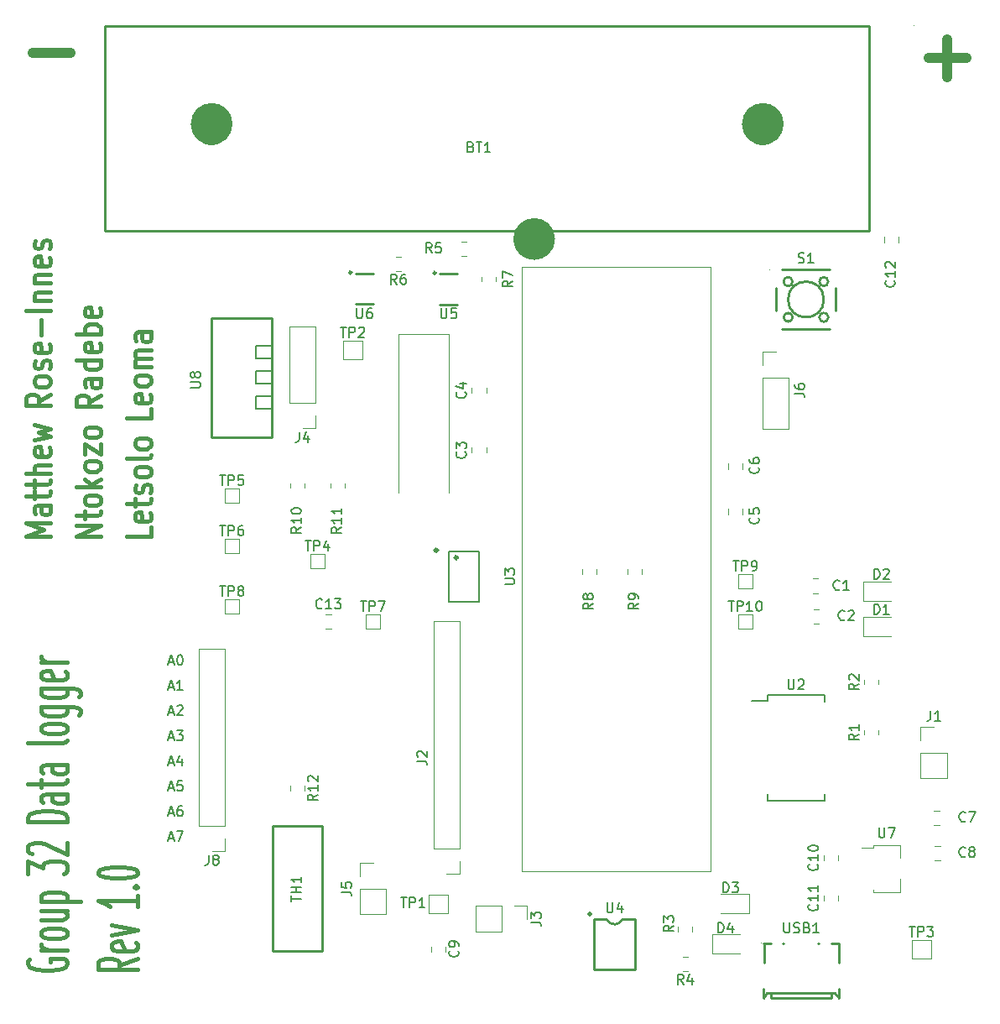
<source format=gbr>
%TF.GenerationSoftware,KiCad,Pcbnew,(7.0.0)*%
%TF.CreationDate,2023-04-03T20:33:43+02:00*%
%TF.ProjectId,EEE3088_design_project,45454533-3038-4385-9f64-657369676e5f,1.0*%
%TF.SameCoordinates,Original*%
%TF.FileFunction,Legend,Top*%
%TF.FilePolarity,Positive*%
%FSLAX46Y46*%
G04 Gerber Fmt 4.6, Leading zero omitted, Abs format (unit mm)*
G04 Created by KiCad (PCBNEW (7.0.0)) date 2023-04-03 20:33:43*
%MOMM*%
%LPD*%
G01*
G04 APERTURE LIST*
%ADD10C,2.107000*%
%ADD11C,0.400000*%
%ADD12C,0.150000*%
%ADD13C,1.000000*%
%ADD14C,0.120000*%
%ADD15C,0.254000*%
%ADD16C,0.203200*%
%ADD17C,0.059995*%
%ADD18C,0.152400*%
%ADD19C,0.300000*%
G04 APERTURE END LIST*
D10*
X139737500Y-79756000D02*
G75*
G03*
X139737500Y-79756000I-1053500J0D01*
G01*
X162813373Y-68148203D02*
G75*
G03*
X162813373Y-68148203I-1053500J0D01*
G01*
X107187261Y-68148203D02*
G75*
G03*
X107187261Y-68148203I-1053500J0D01*
G01*
D11*
X100039952Y-108807428D02*
X100039952Y-109759809D01*
X100039952Y-109759809D02*
X97539952Y-109759809D01*
X99920904Y-107378856D02*
X100039952Y-107569332D01*
X100039952Y-107569332D02*
X100039952Y-107950285D01*
X100039952Y-107950285D02*
X99920904Y-108140761D01*
X99920904Y-108140761D02*
X99682809Y-108235999D01*
X99682809Y-108235999D02*
X98730428Y-108235999D01*
X98730428Y-108235999D02*
X98492333Y-108140761D01*
X98492333Y-108140761D02*
X98373285Y-107950285D01*
X98373285Y-107950285D02*
X98373285Y-107569332D01*
X98373285Y-107569332D02*
X98492333Y-107378856D01*
X98492333Y-107378856D02*
X98730428Y-107283618D01*
X98730428Y-107283618D02*
X98968523Y-107283618D01*
X98968523Y-107283618D02*
X99206619Y-108235999D01*
X98373285Y-106712189D02*
X98373285Y-105950285D01*
X97539952Y-106426475D02*
X99682809Y-106426475D01*
X99682809Y-106426475D02*
X99920904Y-106331237D01*
X99920904Y-106331237D02*
X100039952Y-106140761D01*
X100039952Y-106140761D02*
X100039952Y-105950285D01*
X99920904Y-105378856D02*
X100039952Y-105188380D01*
X100039952Y-105188380D02*
X100039952Y-104807428D01*
X100039952Y-104807428D02*
X99920904Y-104616951D01*
X99920904Y-104616951D02*
X99682809Y-104521713D01*
X99682809Y-104521713D02*
X99563761Y-104521713D01*
X99563761Y-104521713D02*
X99325666Y-104616951D01*
X99325666Y-104616951D02*
X99206619Y-104807428D01*
X99206619Y-104807428D02*
X99206619Y-105093142D01*
X99206619Y-105093142D02*
X99087571Y-105283618D01*
X99087571Y-105283618D02*
X98849476Y-105378856D01*
X98849476Y-105378856D02*
X98730428Y-105378856D01*
X98730428Y-105378856D02*
X98492333Y-105283618D01*
X98492333Y-105283618D02*
X98373285Y-105093142D01*
X98373285Y-105093142D02*
X98373285Y-104807428D01*
X98373285Y-104807428D02*
X98492333Y-104616951D01*
X100039952Y-103378856D02*
X99920904Y-103569332D01*
X99920904Y-103569332D02*
X99801857Y-103664570D01*
X99801857Y-103664570D02*
X99563761Y-103759808D01*
X99563761Y-103759808D02*
X98849476Y-103759808D01*
X98849476Y-103759808D02*
X98611380Y-103664570D01*
X98611380Y-103664570D02*
X98492333Y-103569332D01*
X98492333Y-103569332D02*
X98373285Y-103378856D01*
X98373285Y-103378856D02*
X98373285Y-103093141D01*
X98373285Y-103093141D02*
X98492333Y-102902665D01*
X98492333Y-102902665D02*
X98611380Y-102807427D01*
X98611380Y-102807427D02*
X98849476Y-102712189D01*
X98849476Y-102712189D02*
X99563761Y-102712189D01*
X99563761Y-102712189D02*
X99801857Y-102807427D01*
X99801857Y-102807427D02*
X99920904Y-102902665D01*
X99920904Y-102902665D02*
X100039952Y-103093141D01*
X100039952Y-103093141D02*
X100039952Y-103378856D01*
X100039952Y-101569332D02*
X99920904Y-101759808D01*
X99920904Y-101759808D02*
X99682809Y-101855046D01*
X99682809Y-101855046D02*
X97539952Y-101855046D01*
X100039952Y-100521713D02*
X99920904Y-100712189D01*
X99920904Y-100712189D02*
X99801857Y-100807427D01*
X99801857Y-100807427D02*
X99563761Y-100902665D01*
X99563761Y-100902665D02*
X98849476Y-100902665D01*
X98849476Y-100902665D02*
X98611380Y-100807427D01*
X98611380Y-100807427D02*
X98492333Y-100712189D01*
X98492333Y-100712189D02*
X98373285Y-100521713D01*
X98373285Y-100521713D02*
X98373285Y-100235998D01*
X98373285Y-100235998D02*
X98492333Y-100045522D01*
X98492333Y-100045522D02*
X98611380Y-99950284D01*
X98611380Y-99950284D02*
X98849476Y-99855046D01*
X98849476Y-99855046D02*
X99563761Y-99855046D01*
X99563761Y-99855046D02*
X99801857Y-99950284D01*
X99801857Y-99950284D02*
X99920904Y-100045522D01*
X99920904Y-100045522D02*
X100039952Y-100235998D01*
X100039952Y-100235998D02*
X100039952Y-100521713D01*
X100039952Y-96845522D02*
X100039952Y-97797903D01*
X100039952Y-97797903D02*
X97539952Y-97797903D01*
X99920904Y-95416950D02*
X100039952Y-95607426D01*
X100039952Y-95607426D02*
X100039952Y-95988379D01*
X100039952Y-95988379D02*
X99920904Y-96178855D01*
X99920904Y-96178855D02*
X99682809Y-96274093D01*
X99682809Y-96274093D02*
X98730428Y-96274093D01*
X98730428Y-96274093D02*
X98492333Y-96178855D01*
X98492333Y-96178855D02*
X98373285Y-95988379D01*
X98373285Y-95988379D02*
X98373285Y-95607426D01*
X98373285Y-95607426D02*
X98492333Y-95416950D01*
X98492333Y-95416950D02*
X98730428Y-95321712D01*
X98730428Y-95321712D02*
X98968523Y-95321712D01*
X98968523Y-95321712D02*
X99206619Y-96274093D01*
X100039952Y-94178855D02*
X99920904Y-94369331D01*
X99920904Y-94369331D02*
X99801857Y-94464569D01*
X99801857Y-94464569D02*
X99563761Y-94559807D01*
X99563761Y-94559807D02*
X98849476Y-94559807D01*
X98849476Y-94559807D02*
X98611380Y-94464569D01*
X98611380Y-94464569D02*
X98492333Y-94369331D01*
X98492333Y-94369331D02*
X98373285Y-94178855D01*
X98373285Y-94178855D02*
X98373285Y-93893140D01*
X98373285Y-93893140D02*
X98492333Y-93702664D01*
X98492333Y-93702664D02*
X98611380Y-93607426D01*
X98611380Y-93607426D02*
X98849476Y-93512188D01*
X98849476Y-93512188D02*
X99563761Y-93512188D01*
X99563761Y-93512188D02*
X99801857Y-93607426D01*
X99801857Y-93607426D02*
X99920904Y-93702664D01*
X99920904Y-93702664D02*
X100039952Y-93893140D01*
X100039952Y-93893140D02*
X100039952Y-94178855D01*
X100039952Y-92655045D02*
X98373285Y-92655045D01*
X98611380Y-92655045D02*
X98492333Y-92559807D01*
X98492333Y-92559807D02*
X98373285Y-92369331D01*
X98373285Y-92369331D02*
X98373285Y-92083616D01*
X98373285Y-92083616D02*
X98492333Y-91893140D01*
X98492333Y-91893140D02*
X98730428Y-91797902D01*
X98730428Y-91797902D02*
X100039952Y-91797902D01*
X98730428Y-91797902D02*
X98492333Y-91702664D01*
X98492333Y-91702664D02*
X98373285Y-91512188D01*
X98373285Y-91512188D02*
X98373285Y-91226474D01*
X98373285Y-91226474D02*
X98492333Y-91035997D01*
X98492333Y-91035997D02*
X98730428Y-90940759D01*
X98730428Y-90940759D02*
X100039952Y-90940759D01*
X100039952Y-89131235D02*
X98730428Y-89131235D01*
X98730428Y-89131235D02*
X98492333Y-89226473D01*
X98492333Y-89226473D02*
X98373285Y-89416949D01*
X98373285Y-89416949D02*
X98373285Y-89797902D01*
X98373285Y-89797902D02*
X98492333Y-89988378D01*
X99920904Y-89131235D02*
X100039952Y-89321711D01*
X100039952Y-89321711D02*
X100039952Y-89797902D01*
X100039952Y-89797902D02*
X99920904Y-89988378D01*
X99920904Y-89988378D02*
X99682809Y-90083616D01*
X99682809Y-90083616D02*
X99444714Y-90083616D01*
X99444714Y-90083616D02*
X99206619Y-89988378D01*
X99206619Y-89988378D02*
X99087571Y-89797902D01*
X99087571Y-89797902D02*
X99087571Y-89321711D01*
X99087571Y-89321711D02*
X98968523Y-89131235D01*
D12*
X101790476Y-122432666D02*
X102266666Y-122432666D01*
X101695238Y-122718380D02*
X102028571Y-121718380D01*
X102028571Y-121718380D02*
X102361904Y-122718380D01*
X102885714Y-121718380D02*
X102980952Y-121718380D01*
X102980952Y-121718380D02*
X103076190Y-121766000D01*
X103076190Y-121766000D02*
X103123809Y-121813619D01*
X103123809Y-121813619D02*
X103171428Y-121908857D01*
X103171428Y-121908857D02*
X103219047Y-122099333D01*
X103219047Y-122099333D02*
X103219047Y-122337428D01*
X103219047Y-122337428D02*
X103171428Y-122527904D01*
X103171428Y-122527904D02*
X103123809Y-122623142D01*
X103123809Y-122623142D02*
X103076190Y-122670761D01*
X103076190Y-122670761D02*
X102980952Y-122718380D01*
X102980952Y-122718380D02*
X102885714Y-122718380D01*
X102885714Y-122718380D02*
X102790476Y-122670761D01*
X102790476Y-122670761D02*
X102742857Y-122623142D01*
X102742857Y-122623142D02*
X102695238Y-122527904D01*
X102695238Y-122527904D02*
X102647619Y-122337428D01*
X102647619Y-122337428D02*
X102647619Y-122099333D01*
X102647619Y-122099333D02*
X102695238Y-121908857D01*
X102695238Y-121908857D02*
X102742857Y-121813619D01*
X102742857Y-121813619D02*
X102790476Y-121766000D01*
X102790476Y-121766000D02*
X102885714Y-121718380D01*
X101790476Y-135132666D02*
X102266666Y-135132666D01*
X101695238Y-135418380D02*
X102028571Y-134418380D01*
X102028571Y-134418380D02*
X102361904Y-135418380D01*
X103171428Y-134418380D02*
X102695238Y-134418380D01*
X102695238Y-134418380D02*
X102647619Y-134894571D01*
X102647619Y-134894571D02*
X102695238Y-134846952D01*
X102695238Y-134846952D02*
X102790476Y-134799333D01*
X102790476Y-134799333D02*
X103028571Y-134799333D01*
X103028571Y-134799333D02*
X103123809Y-134846952D01*
X103123809Y-134846952D02*
X103171428Y-134894571D01*
X103171428Y-134894571D02*
X103219047Y-134989809D01*
X103219047Y-134989809D02*
X103219047Y-135227904D01*
X103219047Y-135227904D02*
X103171428Y-135323142D01*
X103171428Y-135323142D02*
X103123809Y-135370761D01*
X103123809Y-135370761D02*
X103028571Y-135418380D01*
X103028571Y-135418380D02*
X102790476Y-135418380D01*
X102790476Y-135418380D02*
X102695238Y-135370761D01*
X102695238Y-135370761D02*
X102647619Y-135323142D01*
X101790476Y-140212666D02*
X102266666Y-140212666D01*
X101695238Y-140498380D02*
X102028571Y-139498380D01*
X102028571Y-139498380D02*
X102361904Y-140498380D01*
X102600000Y-139498380D02*
X103266666Y-139498380D01*
X103266666Y-139498380D02*
X102838095Y-140498380D01*
D13*
X178482476Y-61523142D02*
X182292000Y-61523142D01*
X180387238Y-63427904D02*
X180387238Y-59618380D01*
X88058476Y-61015142D02*
X91868000Y-61015142D01*
D12*
X101790476Y-130052666D02*
X102266666Y-130052666D01*
X101695238Y-130338380D02*
X102028571Y-129338380D01*
X102028571Y-129338380D02*
X102361904Y-130338380D01*
X102600000Y-129338380D02*
X103219047Y-129338380D01*
X103219047Y-129338380D02*
X102885714Y-129719333D01*
X102885714Y-129719333D02*
X103028571Y-129719333D01*
X103028571Y-129719333D02*
X103123809Y-129766952D01*
X103123809Y-129766952D02*
X103171428Y-129814571D01*
X103171428Y-129814571D02*
X103219047Y-129909809D01*
X103219047Y-129909809D02*
X103219047Y-130147904D01*
X103219047Y-130147904D02*
X103171428Y-130243142D01*
X103171428Y-130243142D02*
X103123809Y-130290761D01*
X103123809Y-130290761D02*
X103028571Y-130338380D01*
X103028571Y-130338380D02*
X102742857Y-130338380D01*
X102742857Y-130338380D02*
X102647619Y-130290761D01*
X102647619Y-130290761D02*
X102600000Y-130243142D01*
X101790476Y-137672666D02*
X102266666Y-137672666D01*
X101695238Y-137958380D02*
X102028571Y-136958380D01*
X102028571Y-136958380D02*
X102361904Y-137958380D01*
X103123809Y-136958380D02*
X102933333Y-136958380D01*
X102933333Y-136958380D02*
X102838095Y-137006000D01*
X102838095Y-137006000D02*
X102790476Y-137053619D01*
X102790476Y-137053619D02*
X102695238Y-137196476D01*
X102695238Y-137196476D02*
X102647619Y-137386952D01*
X102647619Y-137386952D02*
X102647619Y-137767904D01*
X102647619Y-137767904D02*
X102695238Y-137863142D01*
X102695238Y-137863142D02*
X102742857Y-137910761D01*
X102742857Y-137910761D02*
X102838095Y-137958380D01*
X102838095Y-137958380D02*
X103028571Y-137958380D01*
X103028571Y-137958380D02*
X103123809Y-137910761D01*
X103123809Y-137910761D02*
X103171428Y-137863142D01*
X103171428Y-137863142D02*
X103219047Y-137767904D01*
X103219047Y-137767904D02*
X103219047Y-137529809D01*
X103219047Y-137529809D02*
X103171428Y-137434571D01*
X103171428Y-137434571D02*
X103123809Y-137386952D01*
X103123809Y-137386952D02*
X103028571Y-137339333D01*
X103028571Y-137339333D02*
X102838095Y-137339333D01*
X102838095Y-137339333D02*
X102742857Y-137386952D01*
X102742857Y-137386952D02*
X102695238Y-137434571D01*
X102695238Y-137434571D02*
X102647619Y-137529809D01*
D11*
X94959952Y-109759809D02*
X92459952Y-109759809D01*
X92459952Y-109759809D02*
X94959952Y-108616952D01*
X94959952Y-108616952D02*
X92459952Y-108616952D01*
X93293285Y-107950285D02*
X93293285Y-107188381D01*
X92459952Y-107664571D02*
X94602809Y-107664571D01*
X94602809Y-107664571D02*
X94840904Y-107569333D01*
X94840904Y-107569333D02*
X94959952Y-107378857D01*
X94959952Y-107378857D02*
X94959952Y-107188381D01*
X94959952Y-106236000D02*
X94840904Y-106426476D01*
X94840904Y-106426476D02*
X94721857Y-106521714D01*
X94721857Y-106521714D02*
X94483761Y-106616952D01*
X94483761Y-106616952D02*
X93769476Y-106616952D01*
X93769476Y-106616952D02*
X93531380Y-106521714D01*
X93531380Y-106521714D02*
X93412333Y-106426476D01*
X93412333Y-106426476D02*
X93293285Y-106236000D01*
X93293285Y-106236000D02*
X93293285Y-105950285D01*
X93293285Y-105950285D02*
X93412333Y-105759809D01*
X93412333Y-105759809D02*
X93531380Y-105664571D01*
X93531380Y-105664571D02*
X93769476Y-105569333D01*
X93769476Y-105569333D02*
X94483761Y-105569333D01*
X94483761Y-105569333D02*
X94721857Y-105664571D01*
X94721857Y-105664571D02*
X94840904Y-105759809D01*
X94840904Y-105759809D02*
X94959952Y-105950285D01*
X94959952Y-105950285D02*
X94959952Y-106236000D01*
X94959952Y-104712190D02*
X92459952Y-104712190D01*
X94007571Y-104521714D02*
X94959952Y-103950285D01*
X93293285Y-103950285D02*
X94245666Y-104712190D01*
X94959952Y-102807428D02*
X94840904Y-102997904D01*
X94840904Y-102997904D02*
X94721857Y-103093142D01*
X94721857Y-103093142D02*
X94483761Y-103188380D01*
X94483761Y-103188380D02*
X93769476Y-103188380D01*
X93769476Y-103188380D02*
X93531380Y-103093142D01*
X93531380Y-103093142D02*
X93412333Y-102997904D01*
X93412333Y-102997904D02*
X93293285Y-102807428D01*
X93293285Y-102807428D02*
X93293285Y-102521713D01*
X93293285Y-102521713D02*
X93412333Y-102331237D01*
X93412333Y-102331237D02*
X93531380Y-102235999D01*
X93531380Y-102235999D02*
X93769476Y-102140761D01*
X93769476Y-102140761D02*
X94483761Y-102140761D01*
X94483761Y-102140761D02*
X94721857Y-102235999D01*
X94721857Y-102235999D02*
X94840904Y-102331237D01*
X94840904Y-102331237D02*
X94959952Y-102521713D01*
X94959952Y-102521713D02*
X94959952Y-102807428D01*
X93293285Y-101474094D02*
X93293285Y-100426475D01*
X93293285Y-100426475D02*
X94959952Y-101474094D01*
X94959952Y-101474094D02*
X94959952Y-100426475D01*
X94959952Y-99378856D02*
X94840904Y-99569332D01*
X94840904Y-99569332D02*
X94721857Y-99664570D01*
X94721857Y-99664570D02*
X94483761Y-99759808D01*
X94483761Y-99759808D02*
X93769476Y-99759808D01*
X93769476Y-99759808D02*
X93531380Y-99664570D01*
X93531380Y-99664570D02*
X93412333Y-99569332D01*
X93412333Y-99569332D02*
X93293285Y-99378856D01*
X93293285Y-99378856D02*
X93293285Y-99093141D01*
X93293285Y-99093141D02*
X93412333Y-98902665D01*
X93412333Y-98902665D02*
X93531380Y-98807427D01*
X93531380Y-98807427D02*
X93769476Y-98712189D01*
X93769476Y-98712189D02*
X94483761Y-98712189D01*
X94483761Y-98712189D02*
X94721857Y-98807427D01*
X94721857Y-98807427D02*
X94840904Y-98902665D01*
X94840904Y-98902665D02*
X94959952Y-99093141D01*
X94959952Y-99093141D02*
X94959952Y-99378856D01*
X94959952Y-95512189D02*
X93769476Y-96178856D01*
X94959952Y-96655046D02*
X92459952Y-96655046D01*
X92459952Y-96655046D02*
X92459952Y-95893141D01*
X92459952Y-95893141D02*
X92579000Y-95702665D01*
X92579000Y-95702665D02*
X92698047Y-95607427D01*
X92698047Y-95607427D02*
X92936142Y-95512189D01*
X92936142Y-95512189D02*
X93293285Y-95512189D01*
X93293285Y-95512189D02*
X93531380Y-95607427D01*
X93531380Y-95607427D02*
X93650428Y-95702665D01*
X93650428Y-95702665D02*
X93769476Y-95893141D01*
X93769476Y-95893141D02*
X93769476Y-96655046D01*
X94959952Y-93797903D02*
X93650428Y-93797903D01*
X93650428Y-93797903D02*
X93412333Y-93893141D01*
X93412333Y-93893141D02*
X93293285Y-94083617D01*
X93293285Y-94083617D02*
X93293285Y-94464570D01*
X93293285Y-94464570D02*
X93412333Y-94655046D01*
X94840904Y-93797903D02*
X94959952Y-93988379D01*
X94959952Y-93988379D02*
X94959952Y-94464570D01*
X94959952Y-94464570D02*
X94840904Y-94655046D01*
X94840904Y-94655046D02*
X94602809Y-94750284D01*
X94602809Y-94750284D02*
X94364714Y-94750284D01*
X94364714Y-94750284D02*
X94126619Y-94655046D01*
X94126619Y-94655046D02*
X94007571Y-94464570D01*
X94007571Y-94464570D02*
X94007571Y-93988379D01*
X94007571Y-93988379D02*
X93888523Y-93797903D01*
X94959952Y-91988379D02*
X92459952Y-91988379D01*
X94840904Y-91988379D02*
X94959952Y-92178855D01*
X94959952Y-92178855D02*
X94959952Y-92559808D01*
X94959952Y-92559808D02*
X94840904Y-92750284D01*
X94840904Y-92750284D02*
X94721857Y-92845522D01*
X94721857Y-92845522D02*
X94483761Y-92940760D01*
X94483761Y-92940760D02*
X93769476Y-92940760D01*
X93769476Y-92940760D02*
X93531380Y-92845522D01*
X93531380Y-92845522D02*
X93412333Y-92750284D01*
X93412333Y-92750284D02*
X93293285Y-92559808D01*
X93293285Y-92559808D02*
X93293285Y-92178855D01*
X93293285Y-92178855D02*
X93412333Y-91988379D01*
X94840904Y-90274093D02*
X94959952Y-90464569D01*
X94959952Y-90464569D02*
X94959952Y-90845522D01*
X94959952Y-90845522D02*
X94840904Y-91035998D01*
X94840904Y-91035998D02*
X94602809Y-91131236D01*
X94602809Y-91131236D02*
X93650428Y-91131236D01*
X93650428Y-91131236D02*
X93412333Y-91035998D01*
X93412333Y-91035998D02*
X93293285Y-90845522D01*
X93293285Y-90845522D02*
X93293285Y-90464569D01*
X93293285Y-90464569D02*
X93412333Y-90274093D01*
X93412333Y-90274093D02*
X93650428Y-90178855D01*
X93650428Y-90178855D02*
X93888523Y-90178855D01*
X93888523Y-90178855D02*
X94126619Y-91131236D01*
X94959952Y-89321712D02*
X92459952Y-89321712D01*
X93412333Y-89321712D02*
X93293285Y-89131236D01*
X93293285Y-89131236D02*
X93293285Y-88750283D01*
X93293285Y-88750283D02*
X93412333Y-88559807D01*
X93412333Y-88559807D02*
X93531380Y-88464569D01*
X93531380Y-88464569D02*
X93769476Y-88369331D01*
X93769476Y-88369331D02*
X94483761Y-88369331D01*
X94483761Y-88369331D02*
X94721857Y-88464569D01*
X94721857Y-88464569D02*
X94840904Y-88559807D01*
X94840904Y-88559807D02*
X94959952Y-88750283D01*
X94959952Y-88750283D02*
X94959952Y-89131236D01*
X94959952Y-89131236D02*
X94840904Y-89321712D01*
X94840904Y-86750283D02*
X94959952Y-86940759D01*
X94959952Y-86940759D02*
X94959952Y-87321712D01*
X94959952Y-87321712D02*
X94840904Y-87512188D01*
X94840904Y-87512188D02*
X94602809Y-87607426D01*
X94602809Y-87607426D02*
X93650428Y-87607426D01*
X93650428Y-87607426D02*
X93412333Y-87512188D01*
X93412333Y-87512188D02*
X93293285Y-87321712D01*
X93293285Y-87321712D02*
X93293285Y-86940759D01*
X93293285Y-86940759D02*
X93412333Y-86750283D01*
X93412333Y-86750283D02*
X93650428Y-86655045D01*
X93650428Y-86655045D02*
X93888523Y-86655045D01*
X93888523Y-86655045D02*
X94126619Y-87607426D01*
D12*
X101790476Y-127512666D02*
X102266666Y-127512666D01*
X101695238Y-127798380D02*
X102028571Y-126798380D01*
X102028571Y-126798380D02*
X102361904Y-127798380D01*
X102647619Y-126893619D02*
X102695238Y-126846000D01*
X102695238Y-126846000D02*
X102790476Y-126798380D01*
X102790476Y-126798380D02*
X103028571Y-126798380D01*
X103028571Y-126798380D02*
X103123809Y-126846000D01*
X103123809Y-126846000D02*
X103171428Y-126893619D01*
X103171428Y-126893619D02*
X103219047Y-126988857D01*
X103219047Y-126988857D02*
X103219047Y-127084095D01*
X103219047Y-127084095D02*
X103171428Y-127226952D01*
X103171428Y-127226952D02*
X102600000Y-127798380D01*
X102600000Y-127798380D02*
X103219047Y-127798380D01*
D11*
X98697523Y-152304952D02*
X96792761Y-152971619D01*
X98697523Y-153447809D02*
X94697523Y-153447809D01*
X94697523Y-153447809D02*
X94697523Y-152685904D01*
X94697523Y-152685904D02*
X94888000Y-152495428D01*
X94888000Y-152495428D02*
X95078476Y-152400190D01*
X95078476Y-152400190D02*
X95459428Y-152304952D01*
X95459428Y-152304952D02*
X96030857Y-152304952D01*
X96030857Y-152304952D02*
X96411809Y-152400190D01*
X96411809Y-152400190D02*
X96602285Y-152495428D01*
X96602285Y-152495428D02*
X96792761Y-152685904D01*
X96792761Y-152685904D02*
X96792761Y-153447809D01*
X98507047Y-150685904D02*
X98697523Y-150876380D01*
X98697523Y-150876380D02*
X98697523Y-151257333D01*
X98697523Y-151257333D02*
X98507047Y-151447809D01*
X98507047Y-151447809D02*
X98126095Y-151543047D01*
X98126095Y-151543047D02*
X96602285Y-151543047D01*
X96602285Y-151543047D02*
X96221333Y-151447809D01*
X96221333Y-151447809D02*
X96030857Y-151257333D01*
X96030857Y-151257333D02*
X96030857Y-150876380D01*
X96030857Y-150876380D02*
X96221333Y-150685904D01*
X96221333Y-150685904D02*
X96602285Y-150590666D01*
X96602285Y-150590666D02*
X96983238Y-150590666D01*
X96983238Y-150590666D02*
X97364190Y-151543047D01*
X96030857Y-149923999D02*
X98697523Y-149447809D01*
X98697523Y-149447809D02*
X96030857Y-148971618D01*
X98697523Y-145962094D02*
X98697523Y-147104951D01*
X98697523Y-146533523D02*
X94697523Y-146533523D01*
X94697523Y-146533523D02*
X95268952Y-146723999D01*
X95268952Y-146723999D02*
X95649904Y-146914475D01*
X95649904Y-146914475D02*
X95840380Y-147104951D01*
X98316571Y-145104951D02*
X98507047Y-145009713D01*
X98507047Y-145009713D02*
X98697523Y-145104951D01*
X98697523Y-145104951D02*
X98507047Y-145200189D01*
X98507047Y-145200189D02*
X98316571Y-145104951D01*
X98316571Y-145104951D02*
X98697523Y-145104951D01*
X94697523Y-143771618D02*
X94697523Y-143581141D01*
X94697523Y-143581141D02*
X94888000Y-143390665D01*
X94888000Y-143390665D02*
X95078476Y-143295427D01*
X95078476Y-143295427D02*
X95459428Y-143200189D01*
X95459428Y-143200189D02*
X96221333Y-143104951D01*
X96221333Y-143104951D02*
X97173714Y-143104951D01*
X97173714Y-143104951D02*
X97935619Y-143200189D01*
X97935619Y-143200189D02*
X98316571Y-143295427D01*
X98316571Y-143295427D02*
X98507047Y-143390665D01*
X98507047Y-143390665D02*
X98697523Y-143581141D01*
X98697523Y-143581141D02*
X98697523Y-143771618D01*
X98697523Y-143771618D02*
X98507047Y-143962094D01*
X98507047Y-143962094D02*
X98316571Y-144057332D01*
X98316571Y-144057332D02*
X97935619Y-144152570D01*
X97935619Y-144152570D02*
X97173714Y-144247808D01*
X97173714Y-144247808D02*
X96221333Y-144247808D01*
X96221333Y-144247808D02*
X95459428Y-144152570D01*
X95459428Y-144152570D02*
X95078476Y-144057332D01*
X95078476Y-144057332D02*
X94888000Y-143962094D01*
X94888000Y-143962094D02*
X94697523Y-143771618D01*
X89879952Y-109759809D02*
X87379952Y-109759809D01*
X87379952Y-109759809D02*
X89165666Y-109093142D01*
X89165666Y-109093142D02*
X87379952Y-108426476D01*
X87379952Y-108426476D02*
X89879952Y-108426476D01*
X89879952Y-106616952D02*
X88570428Y-106616952D01*
X88570428Y-106616952D02*
X88332333Y-106712190D01*
X88332333Y-106712190D02*
X88213285Y-106902666D01*
X88213285Y-106902666D02*
X88213285Y-107283619D01*
X88213285Y-107283619D02*
X88332333Y-107474095D01*
X89760904Y-106616952D02*
X89879952Y-106807428D01*
X89879952Y-106807428D02*
X89879952Y-107283619D01*
X89879952Y-107283619D02*
X89760904Y-107474095D01*
X89760904Y-107474095D02*
X89522809Y-107569333D01*
X89522809Y-107569333D02*
X89284714Y-107569333D01*
X89284714Y-107569333D02*
X89046619Y-107474095D01*
X89046619Y-107474095D02*
X88927571Y-107283619D01*
X88927571Y-107283619D02*
X88927571Y-106807428D01*
X88927571Y-106807428D02*
X88808523Y-106616952D01*
X88213285Y-105950285D02*
X88213285Y-105188381D01*
X87379952Y-105664571D02*
X89522809Y-105664571D01*
X89522809Y-105664571D02*
X89760904Y-105569333D01*
X89760904Y-105569333D02*
X89879952Y-105378857D01*
X89879952Y-105378857D02*
X89879952Y-105188381D01*
X88213285Y-104807428D02*
X88213285Y-104045524D01*
X87379952Y-104521714D02*
X89522809Y-104521714D01*
X89522809Y-104521714D02*
X89760904Y-104426476D01*
X89760904Y-104426476D02*
X89879952Y-104236000D01*
X89879952Y-104236000D02*
X89879952Y-104045524D01*
X89879952Y-103378857D02*
X87379952Y-103378857D01*
X89879952Y-102521714D02*
X88570428Y-102521714D01*
X88570428Y-102521714D02*
X88332333Y-102616952D01*
X88332333Y-102616952D02*
X88213285Y-102807428D01*
X88213285Y-102807428D02*
X88213285Y-103093143D01*
X88213285Y-103093143D02*
X88332333Y-103283619D01*
X88332333Y-103283619D02*
X88451380Y-103378857D01*
X89760904Y-100807428D02*
X89879952Y-100997904D01*
X89879952Y-100997904D02*
X89879952Y-101378857D01*
X89879952Y-101378857D02*
X89760904Y-101569333D01*
X89760904Y-101569333D02*
X89522809Y-101664571D01*
X89522809Y-101664571D02*
X88570428Y-101664571D01*
X88570428Y-101664571D02*
X88332333Y-101569333D01*
X88332333Y-101569333D02*
X88213285Y-101378857D01*
X88213285Y-101378857D02*
X88213285Y-100997904D01*
X88213285Y-100997904D02*
X88332333Y-100807428D01*
X88332333Y-100807428D02*
X88570428Y-100712190D01*
X88570428Y-100712190D02*
X88808523Y-100712190D01*
X88808523Y-100712190D02*
X89046619Y-101664571D01*
X88213285Y-100045523D02*
X89879952Y-99664571D01*
X89879952Y-99664571D02*
X88689476Y-99283618D01*
X88689476Y-99283618D02*
X89879952Y-98902666D01*
X89879952Y-98902666D02*
X88213285Y-98521714D01*
X89879952Y-95416952D02*
X88689476Y-96083619D01*
X89879952Y-96559809D02*
X87379952Y-96559809D01*
X87379952Y-96559809D02*
X87379952Y-95797904D01*
X87379952Y-95797904D02*
X87499000Y-95607428D01*
X87499000Y-95607428D02*
X87618047Y-95512190D01*
X87618047Y-95512190D02*
X87856142Y-95416952D01*
X87856142Y-95416952D02*
X88213285Y-95416952D01*
X88213285Y-95416952D02*
X88451380Y-95512190D01*
X88451380Y-95512190D02*
X88570428Y-95607428D01*
X88570428Y-95607428D02*
X88689476Y-95797904D01*
X88689476Y-95797904D02*
X88689476Y-96559809D01*
X89879952Y-94274095D02*
X89760904Y-94464571D01*
X89760904Y-94464571D02*
X89641857Y-94559809D01*
X89641857Y-94559809D02*
X89403761Y-94655047D01*
X89403761Y-94655047D02*
X88689476Y-94655047D01*
X88689476Y-94655047D02*
X88451380Y-94559809D01*
X88451380Y-94559809D02*
X88332333Y-94464571D01*
X88332333Y-94464571D02*
X88213285Y-94274095D01*
X88213285Y-94274095D02*
X88213285Y-93988380D01*
X88213285Y-93988380D02*
X88332333Y-93797904D01*
X88332333Y-93797904D02*
X88451380Y-93702666D01*
X88451380Y-93702666D02*
X88689476Y-93607428D01*
X88689476Y-93607428D02*
X89403761Y-93607428D01*
X89403761Y-93607428D02*
X89641857Y-93702666D01*
X89641857Y-93702666D02*
X89760904Y-93797904D01*
X89760904Y-93797904D02*
X89879952Y-93988380D01*
X89879952Y-93988380D02*
X89879952Y-94274095D01*
X89760904Y-92845523D02*
X89879952Y-92655047D01*
X89879952Y-92655047D02*
X89879952Y-92274095D01*
X89879952Y-92274095D02*
X89760904Y-92083618D01*
X89760904Y-92083618D02*
X89522809Y-91988380D01*
X89522809Y-91988380D02*
X89403761Y-91988380D01*
X89403761Y-91988380D02*
X89165666Y-92083618D01*
X89165666Y-92083618D02*
X89046619Y-92274095D01*
X89046619Y-92274095D02*
X89046619Y-92559809D01*
X89046619Y-92559809D02*
X88927571Y-92750285D01*
X88927571Y-92750285D02*
X88689476Y-92845523D01*
X88689476Y-92845523D02*
X88570428Y-92845523D01*
X88570428Y-92845523D02*
X88332333Y-92750285D01*
X88332333Y-92750285D02*
X88213285Y-92559809D01*
X88213285Y-92559809D02*
X88213285Y-92274095D01*
X88213285Y-92274095D02*
X88332333Y-92083618D01*
X89760904Y-90369332D02*
X89879952Y-90559808D01*
X89879952Y-90559808D02*
X89879952Y-90940761D01*
X89879952Y-90940761D02*
X89760904Y-91131237D01*
X89760904Y-91131237D02*
X89522809Y-91226475D01*
X89522809Y-91226475D02*
X88570428Y-91226475D01*
X88570428Y-91226475D02*
X88332333Y-91131237D01*
X88332333Y-91131237D02*
X88213285Y-90940761D01*
X88213285Y-90940761D02*
X88213285Y-90559808D01*
X88213285Y-90559808D02*
X88332333Y-90369332D01*
X88332333Y-90369332D02*
X88570428Y-90274094D01*
X88570428Y-90274094D02*
X88808523Y-90274094D01*
X88808523Y-90274094D02*
X89046619Y-91226475D01*
X88927571Y-89416951D02*
X88927571Y-87893142D01*
X89879952Y-86940761D02*
X87379952Y-86940761D01*
X88213285Y-85988380D02*
X89879952Y-85988380D01*
X88451380Y-85988380D02*
X88332333Y-85893142D01*
X88332333Y-85893142D02*
X88213285Y-85702666D01*
X88213285Y-85702666D02*
X88213285Y-85416951D01*
X88213285Y-85416951D02*
X88332333Y-85226475D01*
X88332333Y-85226475D02*
X88570428Y-85131237D01*
X88570428Y-85131237D02*
X89879952Y-85131237D01*
X88213285Y-84178856D02*
X89879952Y-84178856D01*
X88451380Y-84178856D02*
X88332333Y-84083618D01*
X88332333Y-84083618D02*
X88213285Y-83893142D01*
X88213285Y-83893142D02*
X88213285Y-83607427D01*
X88213285Y-83607427D02*
X88332333Y-83416951D01*
X88332333Y-83416951D02*
X88570428Y-83321713D01*
X88570428Y-83321713D02*
X89879952Y-83321713D01*
X89760904Y-81607427D02*
X89879952Y-81797903D01*
X89879952Y-81797903D02*
X89879952Y-82178856D01*
X89879952Y-82178856D02*
X89760904Y-82369332D01*
X89760904Y-82369332D02*
X89522809Y-82464570D01*
X89522809Y-82464570D02*
X88570428Y-82464570D01*
X88570428Y-82464570D02*
X88332333Y-82369332D01*
X88332333Y-82369332D02*
X88213285Y-82178856D01*
X88213285Y-82178856D02*
X88213285Y-81797903D01*
X88213285Y-81797903D02*
X88332333Y-81607427D01*
X88332333Y-81607427D02*
X88570428Y-81512189D01*
X88570428Y-81512189D02*
X88808523Y-81512189D01*
X88808523Y-81512189D02*
X89046619Y-82464570D01*
X89760904Y-80750284D02*
X89879952Y-80559808D01*
X89879952Y-80559808D02*
X89879952Y-80178856D01*
X89879952Y-80178856D02*
X89760904Y-79988379D01*
X89760904Y-79988379D02*
X89522809Y-79893141D01*
X89522809Y-79893141D02*
X89403761Y-79893141D01*
X89403761Y-79893141D02*
X89165666Y-79988379D01*
X89165666Y-79988379D02*
X89046619Y-80178856D01*
X89046619Y-80178856D02*
X89046619Y-80464570D01*
X89046619Y-80464570D02*
X88927571Y-80655046D01*
X88927571Y-80655046D02*
X88689476Y-80750284D01*
X88689476Y-80750284D02*
X88570428Y-80750284D01*
X88570428Y-80750284D02*
X88332333Y-80655046D01*
X88332333Y-80655046D02*
X88213285Y-80464570D01*
X88213285Y-80464570D02*
X88213285Y-80178856D01*
X88213285Y-80178856D02*
X88332333Y-79988379D01*
D12*
X101790476Y-132592666D02*
X102266666Y-132592666D01*
X101695238Y-132878380D02*
X102028571Y-131878380D01*
X102028571Y-131878380D02*
X102361904Y-132878380D01*
X103123809Y-132211714D02*
X103123809Y-132878380D01*
X102885714Y-131830761D02*
X102647619Y-132545047D01*
X102647619Y-132545047D02*
X103266666Y-132545047D01*
X101790476Y-124972666D02*
X102266666Y-124972666D01*
X101695238Y-125258380D02*
X102028571Y-124258380D01*
X102028571Y-124258380D02*
X102361904Y-125258380D01*
X103219047Y-125258380D02*
X102647619Y-125258380D01*
X102933333Y-125258380D02*
X102933333Y-124258380D01*
X102933333Y-124258380D02*
X102838095Y-124401238D01*
X102838095Y-124401238D02*
X102742857Y-124496476D01*
X102742857Y-124496476D02*
X102647619Y-124544095D01*
D11*
X87776000Y-152400190D02*
X87585523Y-152590666D01*
X87585523Y-152590666D02*
X87585523Y-152876380D01*
X87585523Y-152876380D02*
X87776000Y-153162095D01*
X87776000Y-153162095D02*
X88156952Y-153352571D01*
X88156952Y-153352571D02*
X88537904Y-153447809D01*
X88537904Y-153447809D02*
X89299809Y-153543047D01*
X89299809Y-153543047D02*
X89871238Y-153543047D01*
X89871238Y-153543047D02*
X90633142Y-153447809D01*
X90633142Y-153447809D02*
X91014095Y-153352571D01*
X91014095Y-153352571D02*
X91395047Y-153162095D01*
X91395047Y-153162095D02*
X91585523Y-152876380D01*
X91585523Y-152876380D02*
X91585523Y-152685904D01*
X91585523Y-152685904D02*
X91395047Y-152400190D01*
X91395047Y-152400190D02*
X91204571Y-152304952D01*
X91204571Y-152304952D02*
X89871238Y-152304952D01*
X89871238Y-152304952D02*
X89871238Y-152685904D01*
X91585523Y-151447809D02*
X88918857Y-151447809D01*
X89680761Y-151447809D02*
X89299809Y-151352571D01*
X89299809Y-151352571D02*
X89109333Y-151257333D01*
X89109333Y-151257333D02*
X88918857Y-151066857D01*
X88918857Y-151066857D02*
X88918857Y-150876380D01*
X91585523Y-149924000D02*
X91395047Y-150114476D01*
X91395047Y-150114476D02*
X91204571Y-150209714D01*
X91204571Y-150209714D02*
X90823619Y-150304952D01*
X90823619Y-150304952D02*
X89680761Y-150304952D01*
X89680761Y-150304952D02*
X89299809Y-150209714D01*
X89299809Y-150209714D02*
X89109333Y-150114476D01*
X89109333Y-150114476D02*
X88918857Y-149924000D01*
X88918857Y-149924000D02*
X88918857Y-149638285D01*
X88918857Y-149638285D02*
X89109333Y-149447809D01*
X89109333Y-149447809D02*
X89299809Y-149352571D01*
X89299809Y-149352571D02*
X89680761Y-149257333D01*
X89680761Y-149257333D02*
X90823619Y-149257333D01*
X90823619Y-149257333D02*
X91204571Y-149352571D01*
X91204571Y-149352571D02*
X91395047Y-149447809D01*
X91395047Y-149447809D02*
X91585523Y-149638285D01*
X91585523Y-149638285D02*
X91585523Y-149924000D01*
X88918857Y-147543047D02*
X91585523Y-147543047D01*
X88918857Y-148400190D02*
X91014095Y-148400190D01*
X91014095Y-148400190D02*
X91395047Y-148304952D01*
X91395047Y-148304952D02*
X91585523Y-148114476D01*
X91585523Y-148114476D02*
X91585523Y-147828761D01*
X91585523Y-147828761D02*
X91395047Y-147638285D01*
X91395047Y-147638285D02*
X91204571Y-147543047D01*
X88918857Y-146590666D02*
X92918857Y-146590666D01*
X89109333Y-146590666D02*
X88918857Y-146400190D01*
X88918857Y-146400190D02*
X88918857Y-146019237D01*
X88918857Y-146019237D02*
X89109333Y-145828761D01*
X89109333Y-145828761D02*
X89299809Y-145733523D01*
X89299809Y-145733523D02*
X89680761Y-145638285D01*
X89680761Y-145638285D02*
X90823619Y-145638285D01*
X90823619Y-145638285D02*
X91204571Y-145733523D01*
X91204571Y-145733523D02*
X91395047Y-145828761D01*
X91395047Y-145828761D02*
X91585523Y-146019237D01*
X91585523Y-146019237D02*
X91585523Y-146400190D01*
X91585523Y-146400190D02*
X91395047Y-146590666D01*
X87585523Y-143771618D02*
X87585523Y-142533523D01*
X87585523Y-142533523D02*
X89109333Y-143200190D01*
X89109333Y-143200190D02*
X89109333Y-142914475D01*
X89109333Y-142914475D02*
X89299809Y-142723999D01*
X89299809Y-142723999D02*
X89490285Y-142628761D01*
X89490285Y-142628761D02*
X89871238Y-142533523D01*
X89871238Y-142533523D02*
X90823619Y-142533523D01*
X90823619Y-142533523D02*
X91204571Y-142628761D01*
X91204571Y-142628761D02*
X91395047Y-142723999D01*
X91395047Y-142723999D02*
X91585523Y-142914475D01*
X91585523Y-142914475D02*
X91585523Y-143485904D01*
X91585523Y-143485904D02*
X91395047Y-143676380D01*
X91395047Y-143676380D02*
X91204571Y-143771618D01*
X87966476Y-141771618D02*
X87776000Y-141676380D01*
X87776000Y-141676380D02*
X87585523Y-141485904D01*
X87585523Y-141485904D02*
X87585523Y-141009713D01*
X87585523Y-141009713D02*
X87776000Y-140819237D01*
X87776000Y-140819237D02*
X87966476Y-140723999D01*
X87966476Y-140723999D02*
X88347428Y-140628761D01*
X88347428Y-140628761D02*
X88728380Y-140628761D01*
X88728380Y-140628761D02*
X89299809Y-140723999D01*
X89299809Y-140723999D02*
X91585523Y-141866856D01*
X91585523Y-141866856D02*
X91585523Y-140628761D01*
X91585523Y-138571618D02*
X87585523Y-138571618D01*
X87585523Y-138571618D02*
X87585523Y-138095428D01*
X87585523Y-138095428D02*
X87776000Y-137809713D01*
X87776000Y-137809713D02*
X88156952Y-137619237D01*
X88156952Y-137619237D02*
X88537904Y-137523999D01*
X88537904Y-137523999D02*
X89299809Y-137428761D01*
X89299809Y-137428761D02*
X89871238Y-137428761D01*
X89871238Y-137428761D02*
X90633142Y-137523999D01*
X90633142Y-137523999D02*
X91014095Y-137619237D01*
X91014095Y-137619237D02*
X91395047Y-137809713D01*
X91395047Y-137809713D02*
X91585523Y-138095428D01*
X91585523Y-138095428D02*
X91585523Y-138571618D01*
X91585523Y-135714475D02*
X89490285Y-135714475D01*
X89490285Y-135714475D02*
X89109333Y-135809713D01*
X89109333Y-135809713D02*
X88918857Y-136000189D01*
X88918857Y-136000189D02*
X88918857Y-136381142D01*
X88918857Y-136381142D02*
X89109333Y-136571618D01*
X91395047Y-135714475D02*
X91585523Y-135904951D01*
X91585523Y-135904951D02*
X91585523Y-136381142D01*
X91585523Y-136381142D02*
X91395047Y-136571618D01*
X91395047Y-136571618D02*
X91014095Y-136666856D01*
X91014095Y-136666856D02*
X90633142Y-136666856D01*
X90633142Y-136666856D02*
X90252190Y-136571618D01*
X90252190Y-136571618D02*
X90061714Y-136381142D01*
X90061714Y-136381142D02*
X90061714Y-135904951D01*
X90061714Y-135904951D02*
X89871238Y-135714475D01*
X88918857Y-135047808D02*
X88918857Y-134285904D01*
X87585523Y-134762094D02*
X91014095Y-134762094D01*
X91014095Y-134762094D02*
X91395047Y-134666856D01*
X91395047Y-134666856D02*
X91585523Y-134476380D01*
X91585523Y-134476380D02*
X91585523Y-134285904D01*
X91585523Y-132762094D02*
X89490285Y-132762094D01*
X89490285Y-132762094D02*
X89109333Y-132857332D01*
X89109333Y-132857332D02*
X88918857Y-133047808D01*
X88918857Y-133047808D02*
X88918857Y-133428761D01*
X88918857Y-133428761D02*
X89109333Y-133619237D01*
X91395047Y-132762094D02*
X91585523Y-132952570D01*
X91585523Y-132952570D02*
X91585523Y-133428761D01*
X91585523Y-133428761D02*
X91395047Y-133619237D01*
X91395047Y-133619237D02*
X91014095Y-133714475D01*
X91014095Y-133714475D02*
X90633142Y-133714475D01*
X90633142Y-133714475D02*
X90252190Y-133619237D01*
X90252190Y-133619237D02*
X90061714Y-133428761D01*
X90061714Y-133428761D02*
X90061714Y-132952570D01*
X90061714Y-132952570D02*
X89871238Y-132762094D01*
X91585523Y-130323999D02*
X91395047Y-130514475D01*
X91395047Y-130514475D02*
X91014095Y-130609713D01*
X91014095Y-130609713D02*
X87585523Y-130609713D01*
X91585523Y-129276380D02*
X91395047Y-129466856D01*
X91395047Y-129466856D02*
X91204571Y-129562094D01*
X91204571Y-129562094D02*
X90823619Y-129657332D01*
X90823619Y-129657332D02*
X89680761Y-129657332D01*
X89680761Y-129657332D02*
X89299809Y-129562094D01*
X89299809Y-129562094D02*
X89109333Y-129466856D01*
X89109333Y-129466856D02*
X88918857Y-129276380D01*
X88918857Y-129276380D02*
X88918857Y-128990665D01*
X88918857Y-128990665D02*
X89109333Y-128800189D01*
X89109333Y-128800189D02*
X89299809Y-128704951D01*
X89299809Y-128704951D02*
X89680761Y-128609713D01*
X89680761Y-128609713D02*
X90823619Y-128609713D01*
X90823619Y-128609713D02*
X91204571Y-128704951D01*
X91204571Y-128704951D02*
X91395047Y-128800189D01*
X91395047Y-128800189D02*
X91585523Y-128990665D01*
X91585523Y-128990665D02*
X91585523Y-129276380D01*
X88918857Y-126895427D02*
X92156952Y-126895427D01*
X92156952Y-126895427D02*
X92537904Y-126990665D01*
X92537904Y-126990665D02*
X92728380Y-127085903D01*
X92728380Y-127085903D02*
X92918857Y-127276380D01*
X92918857Y-127276380D02*
X92918857Y-127562094D01*
X92918857Y-127562094D02*
X92728380Y-127752570D01*
X91395047Y-126895427D02*
X91585523Y-127085903D01*
X91585523Y-127085903D02*
X91585523Y-127466856D01*
X91585523Y-127466856D02*
X91395047Y-127657332D01*
X91395047Y-127657332D02*
X91204571Y-127752570D01*
X91204571Y-127752570D02*
X90823619Y-127847808D01*
X90823619Y-127847808D02*
X89680761Y-127847808D01*
X89680761Y-127847808D02*
X89299809Y-127752570D01*
X89299809Y-127752570D02*
X89109333Y-127657332D01*
X89109333Y-127657332D02*
X88918857Y-127466856D01*
X88918857Y-127466856D02*
X88918857Y-127085903D01*
X88918857Y-127085903D02*
X89109333Y-126895427D01*
X88918857Y-125085903D02*
X92156952Y-125085903D01*
X92156952Y-125085903D02*
X92537904Y-125181141D01*
X92537904Y-125181141D02*
X92728380Y-125276379D01*
X92728380Y-125276379D02*
X92918857Y-125466856D01*
X92918857Y-125466856D02*
X92918857Y-125752570D01*
X92918857Y-125752570D02*
X92728380Y-125943046D01*
X91395047Y-125085903D02*
X91585523Y-125276379D01*
X91585523Y-125276379D02*
X91585523Y-125657332D01*
X91585523Y-125657332D02*
X91395047Y-125847808D01*
X91395047Y-125847808D02*
X91204571Y-125943046D01*
X91204571Y-125943046D02*
X90823619Y-126038284D01*
X90823619Y-126038284D02*
X89680761Y-126038284D01*
X89680761Y-126038284D02*
X89299809Y-125943046D01*
X89299809Y-125943046D02*
X89109333Y-125847808D01*
X89109333Y-125847808D02*
X88918857Y-125657332D01*
X88918857Y-125657332D02*
X88918857Y-125276379D01*
X88918857Y-125276379D02*
X89109333Y-125085903D01*
X91395047Y-123371617D02*
X91585523Y-123562093D01*
X91585523Y-123562093D02*
X91585523Y-123943046D01*
X91585523Y-123943046D02*
X91395047Y-124133522D01*
X91395047Y-124133522D02*
X91014095Y-124228760D01*
X91014095Y-124228760D02*
X89490285Y-124228760D01*
X89490285Y-124228760D02*
X89109333Y-124133522D01*
X89109333Y-124133522D02*
X88918857Y-123943046D01*
X88918857Y-123943046D02*
X88918857Y-123562093D01*
X88918857Y-123562093D02*
X89109333Y-123371617D01*
X89109333Y-123371617D02*
X89490285Y-123276379D01*
X89490285Y-123276379D02*
X89871238Y-123276379D01*
X89871238Y-123276379D02*
X90252190Y-124228760D01*
X91585523Y-122419236D02*
X88918857Y-122419236D01*
X89680761Y-122419236D02*
X89299809Y-122323998D01*
X89299809Y-122323998D02*
X89109333Y-122228760D01*
X89109333Y-122228760D02*
X88918857Y-122038284D01*
X88918857Y-122038284D02*
X88918857Y-121847807D01*
D12*
%TO.C,U7*%
X173482095Y-139123380D02*
X173482095Y-139932904D01*
X173482095Y-139932904D02*
X173529714Y-140028142D01*
X173529714Y-140028142D02*
X173577333Y-140075761D01*
X173577333Y-140075761D02*
X173672571Y-140123380D01*
X173672571Y-140123380D02*
X173863047Y-140123380D01*
X173863047Y-140123380D02*
X173958285Y-140075761D01*
X173958285Y-140075761D02*
X174005904Y-140028142D01*
X174005904Y-140028142D02*
X174053523Y-139932904D01*
X174053523Y-139932904D02*
X174053523Y-139123380D01*
X174434476Y-139123380D02*
X175101142Y-139123380D01*
X175101142Y-139123380D02*
X174672571Y-140123380D01*
%TO.C,R9*%
X149211380Y-116498666D02*
X148735190Y-116831999D01*
X149211380Y-117070094D02*
X148211380Y-117070094D01*
X148211380Y-117070094D02*
X148211380Y-116689142D01*
X148211380Y-116689142D02*
X148259000Y-116593904D01*
X148259000Y-116593904D02*
X148306619Y-116546285D01*
X148306619Y-116546285D02*
X148401857Y-116498666D01*
X148401857Y-116498666D02*
X148544714Y-116498666D01*
X148544714Y-116498666D02*
X148639952Y-116546285D01*
X148639952Y-116546285D02*
X148687571Y-116593904D01*
X148687571Y-116593904D02*
X148735190Y-116689142D01*
X148735190Y-116689142D02*
X148735190Y-117070094D01*
X149211380Y-116022475D02*
X149211380Y-115831999D01*
X149211380Y-115831999D02*
X149163761Y-115736761D01*
X149163761Y-115736761D02*
X149116142Y-115689142D01*
X149116142Y-115689142D02*
X148973285Y-115593904D01*
X148973285Y-115593904D02*
X148782809Y-115546285D01*
X148782809Y-115546285D02*
X148401857Y-115546285D01*
X148401857Y-115546285D02*
X148306619Y-115593904D01*
X148306619Y-115593904D02*
X148259000Y-115641523D01*
X148259000Y-115641523D02*
X148211380Y-115736761D01*
X148211380Y-115736761D02*
X148211380Y-115927237D01*
X148211380Y-115927237D02*
X148259000Y-116022475D01*
X148259000Y-116022475D02*
X148306619Y-116070094D01*
X148306619Y-116070094D02*
X148401857Y-116117713D01*
X148401857Y-116117713D02*
X148639952Y-116117713D01*
X148639952Y-116117713D02*
X148735190Y-116070094D01*
X148735190Y-116070094D02*
X148782809Y-116022475D01*
X148782809Y-116022475D02*
X148830428Y-115927237D01*
X148830428Y-115927237D02*
X148830428Y-115736761D01*
X148830428Y-115736761D02*
X148782809Y-115641523D01*
X148782809Y-115641523D02*
X148735190Y-115593904D01*
X148735190Y-115593904D02*
X148639952Y-115546285D01*
%TO.C,R4*%
X153757333Y-154925380D02*
X153424000Y-154449190D01*
X153185905Y-154925380D02*
X153185905Y-153925380D01*
X153185905Y-153925380D02*
X153566857Y-153925380D01*
X153566857Y-153925380D02*
X153662095Y-153973000D01*
X153662095Y-153973000D02*
X153709714Y-154020619D01*
X153709714Y-154020619D02*
X153757333Y-154115857D01*
X153757333Y-154115857D02*
X153757333Y-154258714D01*
X153757333Y-154258714D02*
X153709714Y-154353952D01*
X153709714Y-154353952D02*
X153662095Y-154401571D01*
X153662095Y-154401571D02*
X153566857Y-154449190D01*
X153566857Y-154449190D02*
X153185905Y-154449190D01*
X154614476Y-154258714D02*
X154614476Y-154925380D01*
X154376381Y-153877761D02*
X154138286Y-154592047D01*
X154138286Y-154592047D02*
X154757333Y-154592047D01*
%TO.C,C8*%
X182205333Y-142004142D02*
X182157714Y-142051761D01*
X182157714Y-142051761D02*
X182014857Y-142099380D01*
X182014857Y-142099380D02*
X181919619Y-142099380D01*
X181919619Y-142099380D02*
X181776762Y-142051761D01*
X181776762Y-142051761D02*
X181681524Y-141956523D01*
X181681524Y-141956523D02*
X181633905Y-141861285D01*
X181633905Y-141861285D02*
X181586286Y-141670809D01*
X181586286Y-141670809D02*
X181586286Y-141527952D01*
X181586286Y-141527952D02*
X181633905Y-141337476D01*
X181633905Y-141337476D02*
X181681524Y-141242238D01*
X181681524Y-141242238D02*
X181776762Y-141147000D01*
X181776762Y-141147000D02*
X181919619Y-141099380D01*
X181919619Y-141099380D02*
X182014857Y-141099380D01*
X182014857Y-141099380D02*
X182157714Y-141147000D01*
X182157714Y-141147000D02*
X182205333Y-141194619D01*
X182776762Y-141527952D02*
X182681524Y-141480333D01*
X182681524Y-141480333D02*
X182633905Y-141432714D01*
X182633905Y-141432714D02*
X182586286Y-141337476D01*
X182586286Y-141337476D02*
X182586286Y-141289857D01*
X182586286Y-141289857D02*
X182633905Y-141194619D01*
X182633905Y-141194619D02*
X182681524Y-141147000D01*
X182681524Y-141147000D02*
X182776762Y-141099380D01*
X182776762Y-141099380D02*
X182967238Y-141099380D01*
X182967238Y-141099380D02*
X183062476Y-141147000D01*
X183062476Y-141147000D02*
X183110095Y-141194619D01*
X183110095Y-141194619D02*
X183157714Y-141289857D01*
X183157714Y-141289857D02*
X183157714Y-141337476D01*
X183157714Y-141337476D02*
X183110095Y-141432714D01*
X183110095Y-141432714D02*
X183062476Y-141480333D01*
X183062476Y-141480333D02*
X182967238Y-141527952D01*
X182967238Y-141527952D02*
X182776762Y-141527952D01*
X182776762Y-141527952D02*
X182681524Y-141575571D01*
X182681524Y-141575571D02*
X182633905Y-141623190D01*
X182633905Y-141623190D02*
X182586286Y-141718428D01*
X182586286Y-141718428D02*
X182586286Y-141908904D01*
X182586286Y-141908904D02*
X182633905Y-142004142D01*
X182633905Y-142004142D02*
X182681524Y-142051761D01*
X182681524Y-142051761D02*
X182776762Y-142099380D01*
X182776762Y-142099380D02*
X182967238Y-142099380D01*
X182967238Y-142099380D02*
X183062476Y-142051761D01*
X183062476Y-142051761D02*
X183110095Y-142004142D01*
X183110095Y-142004142D02*
X183157714Y-141908904D01*
X183157714Y-141908904D02*
X183157714Y-141718428D01*
X183157714Y-141718428D02*
X183110095Y-141623190D01*
X183110095Y-141623190D02*
X183062476Y-141575571D01*
X183062476Y-141575571D02*
X182967238Y-141527952D01*
%TO.C,J3*%
X138349380Y-148669333D02*
X139063666Y-148669333D01*
X139063666Y-148669333D02*
X139206523Y-148716952D01*
X139206523Y-148716952D02*
X139301761Y-148812190D01*
X139301761Y-148812190D02*
X139349380Y-148955047D01*
X139349380Y-148955047D02*
X139349380Y-149050285D01*
X138349380Y-148288380D02*
X138349380Y-147669333D01*
X138349380Y-147669333D02*
X138730333Y-148002666D01*
X138730333Y-148002666D02*
X138730333Y-147859809D01*
X138730333Y-147859809D02*
X138777952Y-147764571D01*
X138777952Y-147764571D02*
X138825571Y-147716952D01*
X138825571Y-147716952D02*
X138920809Y-147669333D01*
X138920809Y-147669333D02*
X139158904Y-147669333D01*
X139158904Y-147669333D02*
X139254142Y-147716952D01*
X139254142Y-147716952D02*
X139301761Y-147764571D01*
X139301761Y-147764571D02*
X139349380Y-147859809D01*
X139349380Y-147859809D02*
X139349380Y-148145523D01*
X139349380Y-148145523D02*
X139301761Y-148240761D01*
X139301761Y-148240761D02*
X139254142Y-148288380D01*
%TO.C,R11*%
X119239380Y-108830857D02*
X118763190Y-109164190D01*
X119239380Y-109402285D02*
X118239380Y-109402285D01*
X118239380Y-109402285D02*
X118239380Y-109021333D01*
X118239380Y-109021333D02*
X118287000Y-108926095D01*
X118287000Y-108926095D02*
X118334619Y-108878476D01*
X118334619Y-108878476D02*
X118429857Y-108830857D01*
X118429857Y-108830857D02*
X118572714Y-108830857D01*
X118572714Y-108830857D02*
X118667952Y-108878476D01*
X118667952Y-108878476D02*
X118715571Y-108926095D01*
X118715571Y-108926095D02*
X118763190Y-109021333D01*
X118763190Y-109021333D02*
X118763190Y-109402285D01*
X119239380Y-107878476D02*
X119239380Y-108449904D01*
X119239380Y-108164190D02*
X118239380Y-108164190D01*
X118239380Y-108164190D02*
X118382238Y-108259428D01*
X118382238Y-108259428D02*
X118477476Y-108354666D01*
X118477476Y-108354666D02*
X118525095Y-108449904D01*
X119239380Y-106926095D02*
X119239380Y-107497523D01*
X119239380Y-107211809D02*
X118239380Y-107211809D01*
X118239380Y-107211809D02*
X118382238Y-107307047D01*
X118382238Y-107307047D02*
X118477476Y-107402285D01*
X118477476Y-107402285D02*
X118525095Y-107497523D01*
%TO.C,C10*%
X167248142Y-142816857D02*
X167295761Y-142864476D01*
X167295761Y-142864476D02*
X167343380Y-143007333D01*
X167343380Y-143007333D02*
X167343380Y-143102571D01*
X167343380Y-143102571D02*
X167295761Y-143245428D01*
X167295761Y-143245428D02*
X167200523Y-143340666D01*
X167200523Y-143340666D02*
X167105285Y-143388285D01*
X167105285Y-143388285D02*
X166914809Y-143435904D01*
X166914809Y-143435904D02*
X166771952Y-143435904D01*
X166771952Y-143435904D02*
X166581476Y-143388285D01*
X166581476Y-143388285D02*
X166486238Y-143340666D01*
X166486238Y-143340666D02*
X166391000Y-143245428D01*
X166391000Y-143245428D02*
X166343380Y-143102571D01*
X166343380Y-143102571D02*
X166343380Y-143007333D01*
X166343380Y-143007333D02*
X166391000Y-142864476D01*
X166391000Y-142864476D02*
X166438619Y-142816857D01*
X167343380Y-141864476D02*
X167343380Y-142435904D01*
X167343380Y-142150190D02*
X166343380Y-142150190D01*
X166343380Y-142150190D02*
X166486238Y-142245428D01*
X166486238Y-142245428D02*
X166581476Y-142340666D01*
X166581476Y-142340666D02*
X166629095Y-142435904D01*
X166343380Y-141245428D02*
X166343380Y-141150190D01*
X166343380Y-141150190D02*
X166391000Y-141054952D01*
X166391000Y-141054952D02*
X166438619Y-141007333D01*
X166438619Y-141007333D02*
X166533857Y-140959714D01*
X166533857Y-140959714D02*
X166724333Y-140912095D01*
X166724333Y-140912095D02*
X166962428Y-140912095D01*
X166962428Y-140912095D02*
X167152904Y-140959714D01*
X167152904Y-140959714D02*
X167248142Y-141007333D01*
X167248142Y-141007333D02*
X167295761Y-141054952D01*
X167295761Y-141054952D02*
X167343380Y-141150190D01*
X167343380Y-141150190D02*
X167343380Y-141245428D01*
X167343380Y-141245428D02*
X167295761Y-141340666D01*
X167295761Y-141340666D02*
X167248142Y-141388285D01*
X167248142Y-141388285D02*
X167152904Y-141435904D01*
X167152904Y-141435904D02*
X166962428Y-141483523D01*
X166962428Y-141483523D02*
X166724333Y-141483523D01*
X166724333Y-141483523D02*
X166533857Y-141435904D01*
X166533857Y-141435904D02*
X166438619Y-141388285D01*
X166438619Y-141388285D02*
X166391000Y-141340666D01*
X166391000Y-141340666D02*
X166343380Y-141245428D01*
%TO.C,C1*%
X169505333Y-115080142D02*
X169457714Y-115127761D01*
X169457714Y-115127761D02*
X169314857Y-115175380D01*
X169314857Y-115175380D02*
X169219619Y-115175380D01*
X169219619Y-115175380D02*
X169076762Y-115127761D01*
X169076762Y-115127761D02*
X168981524Y-115032523D01*
X168981524Y-115032523D02*
X168933905Y-114937285D01*
X168933905Y-114937285D02*
X168886286Y-114746809D01*
X168886286Y-114746809D02*
X168886286Y-114603952D01*
X168886286Y-114603952D02*
X168933905Y-114413476D01*
X168933905Y-114413476D02*
X168981524Y-114318238D01*
X168981524Y-114318238D02*
X169076762Y-114223000D01*
X169076762Y-114223000D02*
X169219619Y-114175380D01*
X169219619Y-114175380D02*
X169314857Y-114175380D01*
X169314857Y-114175380D02*
X169457714Y-114223000D01*
X169457714Y-114223000D02*
X169505333Y-114270619D01*
X170457714Y-115175380D02*
X169886286Y-115175380D01*
X170172000Y-115175380D02*
X170172000Y-114175380D01*
X170172000Y-114175380D02*
X170076762Y-114318238D01*
X170076762Y-114318238D02*
X169981524Y-114413476D01*
X169981524Y-114413476D02*
X169886286Y-114461095D01*
%TO.C,C13*%
X117279142Y-116956142D02*
X117231523Y-117003761D01*
X117231523Y-117003761D02*
X117088666Y-117051380D01*
X117088666Y-117051380D02*
X116993428Y-117051380D01*
X116993428Y-117051380D02*
X116850571Y-117003761D01*
X116850571Y-117003761D02*
X116755333Y-116908523D01*
X116755333Y-116908523D02*
X116707714Y-116813285D01*
X116707714Y-116813285D02*
X116660095Y-116622809D01*
X116660095Y-116622809D02*
X116660095Y-116479952D01*
X116660095Y-116479952D02*
X116707714Y-116289476D01*
X116707714Y-116289476D02*
X116755333Y-116194238D01*
X116755333Y-116194238D02*
X116850571Y-116099000D01*
X116850571Y-116099000D02*
X116993428Y-116051380D01*
X116993428Y-116051380D02*
X117088666Y-116051380D01*
X117088666Y-116051380D02*
X117231523Y-116099000D01*
X117231523Y-116099000D02*
X117279142Y-116146619D01*
X118231523Y-117051380D02*
X117660095Y-117051380D01*
X117945809Y-117051380D02*
X117945809Y-116051380D01*
X117945809Y-116051380D02*
X117850571Y-116194238D01*
X117850571Y-116194238D02*
X117755333Y-116289476D01*
X117755333Y-116289476D02*
X117660095Y-116337095D01*
X118564857Y-116051380D02*
X119183904Y-116051380D01*
X119183904Y-116051380D02*
X118850571Y-116432333D01*
X118850571Y-116432333D02*
X118993428Y-116432333D01*
X118993428Y-116432333D02*
X119088666Y-116479952D01*
X119088666Y-116479952D02*
X119136285Y-116527571D01*
X119136285Y-116527571D02*
X119183904Y-116622809D01*
X119183904Y-116622809D02*
X119183904Y-116860904D01*
X119183904Y-116860904D02*
X119136285Y-116956142D01*
X119136285Y-116956142D02*
X119088666Y-117003761D01*
X119088666Y-117003761D02*
X118993428Y-117051380D01*
X118993428Y-117051380D02*
X118707714Y-117051380D01*
X118707714Y-117051380D02*
X118612476Y-117003761D01*
X118612476Y-117003761D02*
X118564857Y-116956142D01*
%TO.C,J5*%
X119255380Y-145621333D02*
X119969666Y-145621333D01*
X119969666Y-145621333D02*
X120112523Y-145668952D01*
X120112523Y-145668952D02*
X120207761Y-145764190D01*
X120207761Y-145764190D02*
X120255380Y-145907047D01*
X120255380Y-145907047D02*
X120255380Y-146002285D01*
X119255380Y-144668952D02*
X119255380Y-145145142D01*
X119255380Y-145145142D02*
X119731571Y-145192761D01*
X119731571Y-145192761D02*
X119683952Y-145145142D01*
X119683952Y-145145142D02*
X119636333Y-145049904D01*
X119636333Y-145049904D02*
X119636333Y-144811809D01*
X119636333Y-144811809D02*
X119683952Y-144716571D01*
X119683952Y-144716571D02*
X119731571Y-144668952D01*
X119731571Y-144668952D02*
X119826809Y-144621333D01*
X119826809Y-144621333D02*
X120064904Y-144621333D01*
X120064904Y-144621333D02*
X120160142Y-144668952D01*
X120160142Y-144668952D02*
X120207761Y-144716571D01*
X120207761Y-144716571D02*
X120255380Y-144811809D01*
X120255380Y-144811809D02*
X120255380Y-145049904D01*
X120255380Y-145049904D02*
X120207761Y-145145142D01*
X120207761Y-145145142D02*
X120160142Y-145192761D01*
%TO.C,TP1*%
X125230095Y-146179380D02*
X125801523Y-146179380D01*
X125515809Y-147179380D02*
X125515809Y-146179380D01*
X126134857Y-147179380D02*
X126134857Y-146179380D01*
X126134857Y-146179380D02*
X126515809Y-146179380D01*
X126515809Y-146179380D02*
X126611047Y-146227000D01*
X126611047Y-146227000D02*
X126658666Y-146274619D01*
X126658666Y-146274619D02*
X126706285Y-146369857D01*
X126706285Y-146369857D02*
X126706285Y-146512714D01*
X126706285Y-146512714D02*
X126658666Y-146607952D01*
X126658666Y-146607952D02*
X126611047Y-146655571D01*
X126611047Y-146655571D02*
X126515809Y-146703190D01*
X126515809Y-146703190D02*
X126134857Y-146703190D01*
X127658666Y-147179380D02*
X127087238Y-147179380D01*
X127372952Y-147179380D02*
X127372952Y-146179380D01*
X127372952Y-146179380D02*
X127277714Y-146322238D01*
X127277714Y-146322238D02*
X127182476Y-146417476D01*
X127182476Y-146417476D02*
X127087238Y-146465095D01*
%TO.C,TP10*%
X158281905Y-116283380D02*
X158853333Y-116283380D01*
X158567619Y-117283380D02*
X158567619Y-116283380D01*
X159186667Y-117283380D02*
X159186667Y-116283380D01*
X159186667Y-116283380D02*
X159567619Y-116283380D01*
X159567619Y-116283380D02*
X159662857Y-116331000D01*
X159662857Y-116331000D02*
X159710476Y-116378619D01*
X159710476Y-116378619D02*
X159758095Y-116473857D01*
X159758095Y-116473857D02*
X159758095Y-116616714D01*
X159758095Y-116616714D02*
X159710476Y-116711952D01*
X159710476Y-116711952D02*
X159662857Y-116759571D01*
X159662857Y-116759571D02*
X159567619Y-116807190D01*
X159567619Y-116807190D02*
X159186667Y-116807190D01*
X160710476Y-117283380D02*
X160139048Y-117283380D01*
X160424762Y-117283380D02*
X160424762Y-116283380D01*
X160424762Y-116283380D02*
X160329524Y-116426238D01*
X160329524Y-116426238D02*
X160234286Y-116521476D01*
X160234286Y-116521476D02*
X160139048Y-116569095D01*
X161329524Y-116283380D02*
X161424762Y-116283380D01*
X161424762Y-116283380D02*
X161520000Y-116331000D01*
X161520000Y-116331000D02*
X161567619Y-116378619D01*
X161567619Y-116378619D02*
X161615238Y-116473857D01*
X161615238Y-116473857D02*
X161662857Y-116664333D01*
X161662857Y-116664333D02*
X161662857Y-116902428D01*
X161662857Y-116902428D02*
X161615238Y-117092904D01*
X161615238Y-117092904D02*
X161567619Y-117188142D01*
X161567619Y-117188142D02*
X161520000Y-117235761D01*
X161520000Y-117235761D02*
X161424762Y-117283380D01*
X161424762Y-117283380D02*
X161329524Y-117283380D01*
X161329524Y-117283380D02*
X161234286Y-117235761D01*
X161234286Y-117235761D02*
X161186667Y-117188142D01*
X161186667Y-117188142D02*
X161139048Y-117092904D01*
X161139048Y-117092904D02*
X161091429Y-116902428D01*
X161091429Y-116902428D02*
X161091429Y-116664333D01*
X161091429Y-116664333D02*
X161139048Y-116473857D01*
X161139048Y-116473857D02*
X161186667Y-116378619D01*
X161186667Y-116378619D02*
X161234286Y-116331000D01*
X161234286Y-116331000D02*
X161329524Y-116283380D01*
%TO.C,C2*%
X170013333Y-118128142D02*
X169965714Y-118175761D01*
X169965714Y-118175761D02*
X169822857Y-118223380D01*
X169822857Y-118223380D02*
X169727619Y-118223380D01*
X169727619Y-118223380D02*
X169584762Y-118175761D01*
X169584762Y-118175761D02*
X169489524Y-118080523D01*
X169489524Y-118080523D02*
X169441905Y-117985285D01*
X169441905Y-117985285D02*
X169394286Y-117794809D01*
X169394286Y-117794809D02*
X169394286Y-117651952D01*
X169394286Y-117651952D02*
X169441905Y-117461476D01*
X169441905Y-117461476D02*
X169489524Y-117366238D01*
X169489524Y-117366238D02*
X169584762Y-117271000D01*
X169584762Y-117271000D02*
X169727619Y-117223380D01*
X169727619Y-117223380D02*
X169822857Y-117223380D01*
X169822857Y-117223380D02*
X169965714Y-117271000D01*
X169965714Y-117271000D02*
X170013333Y-117318619D01*
X170394286Y-117318619D02*
X170441905Y-117271000D01*
X170441905Y-117271000D02*
X170537143Y-117223380D01*
X170537143Y-117223380D02*
X170775238Y-117223380D01*
X170775238Y-117223380D02*
X170870476Y-117271000D01*
X170870476Y-117271000D02*
X170918095Y-117318619D01*
X170918095Y-117318619D02*
X170965714Y-117413857D01*
X170965714Y-117413857D02*
X170965714Y-117509095D01*
X170965714Y-117509095D02*
X170918095Y-117651952D01*
X170918095Y-117651952D02*
X170346667Y-118223380D01*
X170346667Y-118223380D02*
X170965714Y-118223380D01*
%TO.C,D1*%
X172988905Y-117589380D02*
X172988905Y-116589380D01*
X172988905Y-116589380D02*
X173227000Y-116589380D01*
X173227000Y-116589380D02*
X173369857Y-116637000D01*
X173369857Y-116637000D02*
X173465095Y-116732238D01*
X173465095Y-116732238D02*
X173512714Y-116827476D01*
X173512714Y-116827476D02*
X173560333Y-117017952D01*
X173560333Y-117017952D02*
X173560333Y-117160809D01*
X173560333Y-117160809D02*
X173512714Y-117351285D01*
X173512714Y-117351285D02*
X173465095Y-117446523D01*
X173465095Y-117446523D02*
X173369857Y-117541761D01*
X173369857Y-117541761D02*
X173227000Y-117589380D01*
X173227000Y-117589380D02*
X172988905Y-117589380D01*
X174512714Y-117589380D02*
X173941286Y-117589380D01*
X174227000Y-117589380D02*
X174227000Y-116589380D01*
X174227000Y-116589380D02*
X174131762Y-116732238D01*
X174131762Y-116732238D02*
X174036524Y-116827476D01*
X174036524Y-116827476D02*
X173941286Y-116875095D01*
%TO.C,U8*%
X104015380Y-94741904D02*
X104824904Y-94741904D01*
X104824904Y-94741904D02*
X104920142Y-94694285D01*
X104920142Y-94694285D02*
X104967761Y-94646666D01*
X104967761Y-94646666D02*
X105015380Y-94551428D01*
X105015380Y-94551428D02*
X105015380Y-94360952D01*
X105015380Y-94360952D02*
X104967761Y-94265714D01*
X104967761Y-94265714D02*
X104920142Y-94218095D01*
X104920142Y-94218095D02*
X104824904Y-94170476D01*
X104824904Y-94170476D02*
X104015380Y-94170476D01*
X104443952Y-93551428D02*
X104396333Y-93646666D01*
X104396333Y-93646666D02*
X104348714Y-93694285D01*
X104348714Y-93694285D02*
X104253476Y-93741904D01*
X104253476Y-93741904D02*
X104205857Y-93741904D01*
X104205857Y-93741904D02*
X104110619Y-93694285D01*
X104110619Y-93694285D02*
X104063000Y-93646666D01*
X104063000Y-93646666D02*
X104015380Y-93551428D01*
X104015380Y-93551428D02*
X104015380Y-93360952D01*
X104015380Y-93360952D02*
X104063000Y-93265714D01*
X104063000Y-93265714D02*
X104110619Y-93218095D01*
X104110619Y-93218095D02*
X104205857Y-93170476D01*
X104205857Y-93170476D02*
X104253476Y-93170476D01*
X104253476Y-93170476D02*
X104348714Y-93218095D01*
X104348714Y-93218095D02*
X104396333Y-93265714D01*
X104396333Y-93265714D02*
X104443952Y-93360952D01*
X104443952Y-93360952D02*
X104443952Y-93551428D01*
X104443952Y-93551428D02*
X104491571Y-93646666D01*
X104491571Y-93646666D02*
X104539190Y-93694285D01*
X104539190Y-93694285D02*
X104634428Y-93741904D01*
X104634428Y-93741904D02*
X104824904Y-93741904D01*
X104824904Y-93741904D02*
X104920142Y-93694285D01*
X104920142Y-93694285D02*
X104967761Y-93646666D01*
X104967761Y-93646666D02*
X105015380Y-93551428D01*
X105015380Y-93551428D02*
X105015380Y-93360952D01*
X105015380Y-93360952D02*
X104967761Y-93265714D01*
X104967761Y-93265714D02*
X104920142Y-93218095D01*
X104920142Y-93218095D02*
X104824904Y-93170476D01*
X104824904Y-93170476D02*
X104634428Y-93170476D01*
X104634428Y-93170476D02*
X104539190Y-93218095D01*
X104539190Y-93218095D02*
X104491571Y-93265714D01*
X104491571Y-93265714D02*
X104443952Y-93360952D01*
%TO.C,R5*%
X128357333Y-81139380D02*
X128024000Y-80663190D01*
X127785905Y-81139380D02*
X127785905Y-80139380D01*
X127785905Y-80139380D02*
X128166857Y-80139380D01*
X128166857Y-80139380D02*
X128262095Y-80187000D01*
X128262095Y-80187000D02*
X128309714Y-80234619D01*
X128309714Y-80234619D02*
X128357333Y-80329857D01*
X128357333Y-80329857D02*
X128357333Y-80472714D01*
X128357333Y-80472714D02*
X128309714Y-80567952D01*
X128309714Y-80567952D02*
X128262095Y-80615571D01*
X128262095Y-80615571D02*
X128166857Y-80663190D01*
X128166857Y-80663190D02*
X127785905Y-80663190D01*
X129262095Y-80139380D02*
X128785905Y-80139380D01*
X128785905Y-80139380D02*
X128738286Y-80615571D01*
X128738286Y-80615571D02*
X128785905Y-80567952D01*
X128785905Y-80567952D02*
X128881143Y-80520333D01*
X128881143Y-80520333D02*
X129119238Y-80520333D01*
X129119238Y-80520333D02*
X129214476Y-80567952D01*
X129214476Y-80567952D02*
X129262095Y-80615571D01*
X129262095Y-80615571D02*
X129309714Y-80710809D01*
X129309714Y-80710809D02*
X129309714Y-80948904D01*
X129309714Y-80948904D02*
X129262095Y-81044142D01*
X129262095Y-81044142D02*
X129214476Y-81091761D01*
X129214476Y-81091761D02*
X129119238Y-81139380D01*
X129119238Y-81139380D02*
X128881143Y-81139380D01*
X128881143Y-81139380D02*
X128785905Y-81091761D01*
X128785905Y-81091761D02*
X128738286Y-81044142D01*
%TO.C,C12*%
X175024142Y-83954857D02*
X175071761Y-84002476D01*
X175071761Y-84002476D02*
X175119380Y-84145333D01*
X175119380Y-84145333D02*
X175119380Y-84240571D01*
X175119380Y-84240571D02*
X175071761Y-84383428D01*
X175071761Y-84383428D02*
X174976523Y-84478666D01*
X174976523Y-84478666D02*
X174881285Y-84526285D01*
X174881285Y-84526285D02*
X174690809Y-84573904D01*
X174690809Y-84573904D02*
X174547952Y-84573904D01*
X174547952Y-84573904D02*
X174357476Y-84526285D01*
X174357476Y-84526285D02*
X174262238Y-84478666D01*
X174262238Y-84478666D02*
X174167000Y-84383428D01*
X174167000Y-84383428D02*
X174119380Y-84240571D01*
X174119380Y-84240571D02*
X174119380Y-84145333D01*
X174119380Y-84145333D02*
X174167000Y-84002476D01*
X174167000Y-84002476D02*
X174214619Y-83954857D01*
X175119380Y-83002476D02*
X175119380Y-83573904D01*
X175119380Y-83288190D02*
X174119380Y-83288190D01*
X174119380Y-83288190D02*
X174262238Y-83383428D01*
X174262238Y-83383428D02*
X174357476Y-83478666D01*
X174357476Y-83478666D02*
X174405095Y-83573904D01*
X174214619Y-82621523D02*
X174167000Y-82573904D01*
X174167000Y-82573904D02*
X174119380Y-82478666D01*
X174119380Y-82478666D02*
X174119380Y-82240571D01*
X174119380Y-82240571D02*
X174167000Y-82145333D01*
X174167000Y-82145333D02*
X174214619Y-82097714D01*
X174214619Y-82097714D02*
X174309857Y-82050095D01*
X174309857Y-82050095D02*
X174405095Y-82050095D01*
X174405095Y-82050095D02*
X174547952Y-82097714D01*
X174547952Y-82097714D02*
X175119380Y-82669142D01*
X175119380Y-82669142D02*
X175119380Y-82050095D01*
%TO.C,U5*%
X129286095Y-86743380D02*
X129286095Y-87552904D01*
X129286095Y-87552904D02*
X129333714Y-87648142D01*
X129333714Y-87648142D02*
X129381333Y-87695761D01*
X129381333Y-87695761D02*
X129476571Y-87743380D01*
X129476571Y-87743380D02*
X129667047Y-87743380D01*
X129667047Y-87743380D02*
X129762285Y-87695761D01*
X129762285Y-87695761D02*
X129809904Y-87648142D01*
X129809904Y-87648142D02*
X129857523Y-87552904D01*
X129857523Y-87552904D02*
X129857523Y-86743380D01*
X130809904Y-86743380D02*
X130333714Y-86743380D01*
X130333714Y-86743380D02*
X130286095Y-87219571D01*
X130286095Y-87219571D02*
X130333714Y-87171952D01*
X130333714Y-87171952D02*
X130428952Y-87124333D01*
X130428952Y-87124333D02*
X130667047Y-87124333D01*
X130667047Y-87124333D02*
X130762285Y-87171952D01*
X130762285Y-87171952D02*
X130809904Y-87219571D01*
X130809904Y-87219571D02*
X130857523Y-87314809D01*
X130857523Y-87314809D02*
X130857523Y-87552904D01*
X130857523Y-87552904D02*
X130809904Y-87648142D01*
X130809904Y-87648142D02*
X130762285Y-87695761D01*
X130762285Y-87695761D02*
X130667047Y-87743380D01*
X130667047Y-87743380D02*
X130428952Y-87743380D01*
X130428952Y-87743380D02*
X130333714Y-87695761D01*
X130333714Y-87695761D02*
X130286095Y-87648142D01*
%TO.C,TP5*%
X106942095Y-103583380D02*
X107513523Y-103583380D01*
X107227809Y-104583380D02*
X107227809Y-103583380D01*
X107846857Y-104583380D02*
X107846857Y-103583380D01*
X107846857Y-103583380D02*
X108227809Y-103583380D01*
X108227809Y-103583380D02*
X108323047Y-103631000D01*
X108323047Y-103631000D02*
X108370666Y-103678619D01*
X108370666Y-103678619D02*
X108418285Y-103773857D01*
X108418285Y-103773857D02*
X108418285Y-103916714D01*
X108418285Y-103916714D02*
X108370666Y-104011952D01*
X108370666Y-104011952D02*
X108323047Y-104059571D01*
X108323047Y-104059571D02*
X108227809Y-104107190D01*
X108227809Y-104107190D02*
X107846857Y-104107190D01*
X109323047Y-103583380D02*
X108846857Y-103583380D01*
X108846857Y-103583380D02*
X108799238Y-104059571D01*
X108799238Y-104059571D02*
X108846857Y-104011952D01*
X108846857Y-104011952D02*
X108942095Y-103964333D01*
X108942095Y-103964333D02*
X109180190Y-103964333D01*
X109180190Y-103964333D02*
X109275428Y-104011952D01*
X109275428Y-104011952D02*
X109323047Y-104059571D01*
X109323047Y-104059571D02*
X109370666Y-104154809D01*
X109370666Y-104154809D02*
X109370666Y-104392904D01*
X109370666Y-104392904D02*
X109323047Y-104488142D01*
X109323047Y-104488142D02*
X109275428Y-104535761D01*
X109275428Y-104535761D02*
X109180190Y-104583380D01*
X109180190Y-104583380D02*
X108942095Y-104583380D01*
X108942095Y-104583380D02*
X108846857Y-104535761D01*
X108846857Y-104535761D02*
X108799238Y-104488142D01*
%TO.C,S1*%
X165354095Y-82107761D02*
X165496952Y-82155380D01*
X165496952Y-82155380D02*
X165735047Y-82155380D01*
X165735047Y-82155380D02*
X165830285Y-82107761D01*
X165830285Y-82107761D02*
X165877904Y-82060142D01*
X165877904Y-82060142D02*
X165925523Y-81964904D01*
X165925523Y-81964904D02*
X165925523Y-81869666D01*
X165925523Y-81869666D02*
X165877904Y-81774428D01*
X165877904Y-81774428D02*
X165830285Y-81726809D01*
X165830285Y-81726809D02*
X165735047Y-81679190D01*
X165735047Y-81679190D02*
X165544571Y-81631571D01*
X165544571Y-81631571D02*
X165449333Y-81583952D01*
X165449333Y-81583952D02*
X165401714Y-81536333D01*
X165401714Y-81536333D02*
X165354095Y-81441095D01*
X165354095Y-81441095D02*
X165354095Y-81345857D01*
X165354095Y-81345857D02*
X165401714Y-81250619D01*
X165401714Y-81250619D02*
X165449333Y-81203000D01*
X165449333Y-81203000D02*
X165544571Y-81155380D01*
X165544571Y-81155380D02*
X165782666Y-81155380D01*
X165782666Y-81155380D02*
X165925523Y-81203000D01*
X166877904Y-82155380D02*
X166306476Y-82155380D01*
X166592190Y-82155380D02*
X166592190Y-81155380D01*
X166592190Y-81155380D02*
X166496952Y-81298238D01*
X166496952Y-81298238D02*
X166401714Y-81393476D01*
X166401714Y-81393476D02*
X166306476Y-81441095D01*
%TO.C,R12*%
X116825380Y-135786857D02*
X116349190Y-136120190D01*
X116825380Y-136358285D02*
X115825380Y-136358285D01*
X115825380Y-136358285D02*
X115825380Y-135977333D01*
X115825380Y-135977333D02*
X115873000Y-135882095D01*
X115873000Y-135882095D02*
X115920619Y-135834476D01*
X115920619Y-135834476D02*
X116015857Y-135786857D01*
X116015857Y-135786857D02*
X116158714Y-135786857D01*
X116158714Y-135786857D02*
X116253952Y-135834476D01*
X116253952Y-135834476D02*
X116301571Y-135882095D01*
X116301571Y-135882095D02*
X116349190Y-135977333D01*
X116349190Y-135977333D02*
X116349190Y-136358285D01*
X116825380Y-134834476D02*
X116825380Y-135405904D01*
X116825380Y-135120190D02*
X115825380Y-135120190D01*
X115825380Y-135120190D02*
X115968238Y-135215428D01*
X115968238Y-135215428D02*
X116063476Y-135310666D01*
X116063476Y-135310666D02*
X116111095Y-135405904D01*
X115920619Y-134453523D02*
X115873000Y-134405904D01*
X115873000Y-134405904D02*
X115825380Y-134310666D01*
X115825380Y-134310666D02*
X115825380Y-134072571D01*
X115825380Y-134072571D02*
X115873000Y-133977333D01*
X115873000Y-133977333D02*
X115920619Y-133929714D01*
X115920619Y-133929714D02*
X116015857Y-133882095D01*
X116015857Y-133882095D02*
X116111095Y-133882095D01*
X116111095Y-133882095D02*
X116253952Y-133929714D01*
X116253952Y-133929714D02*
X116825380Y-134501142D01*
X116825380Y-134501142D02*
X116825380Y-133882095D01*
%TO.C,J1*%
X178679666Y-127334380D02*
X178679666Y-128048666D01*
X178679666Y-128048666D02*
X178632047Y-128191523D01*
X178632047Y-128191523D02*
X178536809Y-128286761D01*
X178536809Y-128286761D02*
X178393952Y-128334380D01*
X178393952Y-128334380D02*
X178298714Y-128334380D01*
X179679666Y-128334380D02*
X179108238Y-128334380D01*
X179393952Y-128334380D02*
X179393952Y-127334380D01*
X179393952Y-127334380D02*
X179298714Y-127477238D01*
X179298714Y-127477238D02*
X179203476Y-127572476D01*
X179203476Y-127572476D02*
X179108238Y-127620095D01*
%TO.C,TH1*%
X114175380Y-146573713D02*
X114175380Y-146002285D01*
X115175380Y-146287999D02*
X114175380Y-146287999D01*
X115175380Y-145668951D02*
X114175380Y-145668951D01*
X114651571Y-145668951D02*
X114651571Y-145097523D01*
X115175380Y-145097523D02*
X114175380Y-145097523D01*
X115175380Y-144097523D02*
X115175380Y-144668951D01*
X115175380Y-144383237D02*
X114175380Y-144383237D01*
X114175380Y-144383237D02*
X114318238Y-144478475D01*
X114318238Y-144478475D02*
X114413476Y-144573713D01*
X114413476Y-144573713D02*
X114461095Y-144668951D01*
%TO.C,C5*%
X161308142Y-107862666D02*
X161355761Y-107910285D01*
X161355761Y-107910285D02*
X161403380Y-108053142D01*
X161403380Y-108053142D02*
X161403380Y-108148380D01*
X161403380Y-108148380D02*
X161355761Y-108291237D01*
X161355761Y-108291237D02*
X161260523Y-108386475D01*
X161260523Y-108386475D02*
X161165285Y-108434094D01*
X161165285Y-108434094D02*
X160974809Y-108481713D01*
X160974809Y-108481713D02*
X160831952Y-108481713D01*
X160831952Y-108481713D02*
X160641476Y-108434094D01*
X160641476Y-108434094D02*
X160546238Y-108386475D01*
X160546238Y-108386475D02*
X160451000Y-108291237D01*
X160451000Y-108291237D02*
X160403380Y-108148380D01*
X160403380Y-108148380D02*
X160403380Y-108053142D01*
X160403380Y-108053142D02*
X160451000Y-107910285D01*
X160451000Y-107910285D02*
X160498619Y-107862666D01*
X160403380Y-106957904D02*
X160403380Y-107434094D01*
X160403380Y-107434094D02*
X160879571Y-107481713D01*
X160879571Y-107481713D02*
X160831952Y-107434094D01*
X160831952Y-107434094D02*
X160784333Y-107338856D01*
X160784333Y-107338856D02*
X160784333Y-107100761D01*
X160784333Y-107100761D02*
X160831952Y-107005523D01*
X160831952Y-107005523D02*
X160879571Y-106957904D01*
X160879571Y-106957904D02*
X160974809Y-106910285D01*
X160974809Y-106910285D02*
X161212904Y-106910285D01*
X161212904Y-106910285D02*
X161308142Y-106957904D01*
X161308142Y-106957904D02*
X161355761Y-107005523D01*
X161355761Y-107005523D02*
X161403380Y-107100761D01*
X161403380Y-107100761D02*
X161403380Y-107338856D01*
X161403380Y-107338856D02*
X161355761Y-107434094D01*
X161355761Y-107434094D02*
X161308142Y-107481713D01*
%TO.C,TP9*%
X158758095Y-112219380D02*
X159329523Y-112219380D01*
X159043809Y-113219380D02*
X159043809Y-112219380D01*
X159662857Y-113219380D02*
X159662857Y-112219380D01*
X159662857Y-112219380D02*
X160043809Y-112219380D01*
X160043809Y-112219380D02*
X160139047Y-112267000D01*
X160139047Y-112267000D02*
X160186666Y-112314619D01*
X160186666Y-112314619D02*
X160234285Y-112409857D01*
X160234285Y-112409857D02*
X160234285Y-112552714D01*
X160234285Y-112552714D02*
X160186666Y-112647952D01*
X160186666Y-112647952D02*
X160139047Y-112695571D01*
X160139047Y-112695571D02*
X160043809Y-112743190D01*
X160043809Y-112743190D02*
X159662857Y-112743190D01*
X160710476Y-113219380D02*
X160900952Y-113219380D01*
X160900952Y-113219380D02*
X160996190Y-113171761D01*
X160996190Y-113171761D02*
X161043809Y-113124142D01*
X161043809Y-113124142D02*
X161139047Y-112981285D01*
X161139047Y-112981285D02*
X161186666Y-112790809D01*
X161186666Y-112790809D02*
X161186666Y-112409857D01*
X161186666Y-112409857D02*
X161139047Y-112314619D01*
X161139047Y-112314619D02*
X161091428Y-112267000D01*
X161091428Y-112267000D02*
X160996190Y-112219380D01*
X160996190Y-112219380D02*
X160805714Y-112219380D01*
X160805714Y-112219380D02*
X160710476Y-112267000D01*
X160710476Y-112267000D02*
X160662857Y-112314619D01*
X160662857Y-112314619D02*
X160615238Y-112409857D01*
X160615238Y-112409857D02*
X160615238Y-112647952D01*
X160615238Y-112647952D02*
X160662857Y-112743190D01*
X160662857Y-112743190D02*
X160710476Y-112790809D01*
X160710476Y-112790809D02*
X160805714Y-112838428D01*
X160805714Y-112838428D02*
X160996190Y-112838428D01*
X160996190Y-112838428D02*
X161091428Y-112790809D01*
X161091428Y-112790809D02*
X161139047Y-112743190D01*
X161139047Y-112743190D02*
X161186666Y-112647952D01*
%TO.C,U6*%
X120774044Y-86743380D02*
X120774044Y-87552904D01*
X120774044Y-87552904D02*
X120821663Y-87648142D01*
X120821663Y-87648142D02*
X120869282Y-87695761D01*
X120869282Y-87695761D02*
X120964520Y-87743380D01*
X120964520Y-87743380D02*
X121154996Y-87743380D01*
X121154996Y-87743380D02*
X121250234Y-87695761D01*
X121250234Y-87695761D02*
X121297853Y-87648142D01*
X121297853Y-87648142D02*
X121345472Y-87552904D01*
X121345472Y-87552904D02*
X121345472Y-86743380D01*
X122250234Y-86743380D02*
X122059758Y-86743380D01*
X122059758Y-86743380D02*
X121964520Y-86791000D01*
X121964520Y-86791000D02*
X121916901Y-86838619D01*
X121916901Y-86838619D02*
X121821663Y-86981476D01*
X121821663Y-86981476D02*
X121774044Y-87171952D01*
X121774044Y-87171952D02*
X121774044Y-87552904D01*
X121774044Y-87552904D02*
X121821663Y-87648142D01*
X121821663Y-87648142D02*
X121869282Y-87695761D01*
X121869282Y-87695761D02*
X121964520Y-87743380D01*
X121964520Y-87743380D02*
X122154996Y-87743380D01*
X122154996Y-87743380D02*
X122250234Y-87695761D01*
X122250234Y-87695761D02*
X122297853Y-87648142D01*
X122297853Y-87648142D02*
X122345472Y-87552904D01*
X122345472Y-87552904D02*
X122345472Y-87314809D01*
X122345472Y-87314809D02*
X122297853Y-87219571D01*
X122297853Y-87219571D02*
X122250234Y-87171952D01*
X122250234Y-87171952D02*
X122154996Y-87124333D01*
X122154996Y-87124333D02*
X121964520Y-87124333D01*
X121964520Y-87124333D02*
X121869282Y-87171952D01*
X121869282Y-87171952D02*
X121821663Y-87219571D01*
X121821663Y-87219571D02*
X121774044Y-87314809D01*
%TO.C,J8*%
X105838666Y-141905380D02*
X105838666Y-142619666D01*
X105838666Y-142619666D02*
X105791047Y-142762523D01*
X105791047Y-142762523D02*
X105695809Y-142857761D01*
X105695809Y-142857761D02*
X105552952Y-142905380D01*
X105552952Y-142905380D02*
X105457714Y-142905380D01*
X106457714Y-142333952D02*
X106362476Y-142286333D01*
X106362476Y-142286333D02*
X106314857Y-142238714D01*
X106314857Y-142238714D02*
X106267238Y-142143476D01*
X106267238Y-142143476D02*
X106267238Y-142095857D01*
X106267238Y-142095857D02*
X106314857Y-142000619D01*
X106314857Y-142000619D02*
X106362476Y-141953000D01*
X106362476Y-141953000D02*
X106457714Y-141905380D01*
X106457714Y-141905380D02*
X106648190Y-141905380D01*
X106648190Y-141905380D02*
X106743428Y-141953000D01*
X106743428Y-141953000D02*
X106791047Y-142000619D01*
X106791047Y-142000619D02*
X106838666Y-142095857D01*
X106838666Y-142095857D02*
X106838666Y-142143476D01*
X106838666Y-142143476D02*
X106791047Y-142238714D01*
X106791047Y-142238714D02*
X106743428Y-142286333D01*
X106743428Y-142286333D02*
X106648190Y-142333952D01*
X106648190Y-142333952D02*
X106457714Y-142333952D01*
X106457714Y-142333952D02*
X106362476Y-142381571D01*
X106362476Y-142381571D02*
X106314857Y-142429190D01*
X106314857Y-142429190D02*
X106267238Y-142524428D01*
X106267238Y-142524428D02*
X106267238Y-142714904D01*
X106267238Y-142714904D02*
X106314857Y-142810142D01*
X106314857Y-142810142D02*
X106362476Y-142857761D01*
X106362476Y-142857761D02*
X106457714Y-142905380D01*
X106457714Y-142905380D02*
X106648190Y-142905380D01*
X106648190Y-142905380D02*
X106743428Y-142857761D01*
X106743428Y-142857761D02*
X106791047Y-142810142D01*
X106791047Y-142810142D02*
X106838666Y-142714904D01*
X106838666Y-142714904D02*
X106838666Y-142524428D01*
X106838666Y-142524428D02*
X106791047Y-142429190D01*
X106791047Y-142429190D02*
X106743428Y-142381571D01*
X106743428Y-142381571D02*
X106648190Y-142333952D01*
%TO.C,D4*%
X157249905Y-149719380D02*
X157249905Y-148719380D01*
X157249905Y-148719380D02*
X157488000Y-148719380D01*
X157488000Y-148719380D02*
X157630857Y-148767000D01*
X157630857Y-148767000D02*
X157726095Y-148862238D01*
X157726095Y-148862238D02*
X157773714Y-148957476D01*
X157773714Y-148957476D02*
X157821333Y-149147952D01*
X157821333Y-149147952D02*
X157821333Y-149290809D01*
X157821333Y-149290809D02*
X157773714Y-149481285D01*
X157773714Y-149481285D02*
X157726095Y-149576523D01*
X157726095Y-149576523D02*
X157630857Y-149671761D01*
X157630857Y-149671761D02*
X157488000Y-149719380D01*
X157488000Y-149719380D02*
X157249905Y-149719380D01*
X158678476Y-149052714D02*
X158678476Y-149719380D01*
X158440381Y-148671761D02*
X158202286Y-149386047D01*
X158202286Y-149386047D02*
X158821333Y-149386047D01*
%TO.C,R8*%
X144639380Y-116498666D02*
X144163190Y-116831999D01*
X144639380Y-117070094D02*
X143639380Y-117070094D01*
X143639380Y-117070094D02*
X143639380Y-116689142D01*
X143639380Y-116689142D02*
X143687000Y-116593904D01*
X143687000Y-116593904D02*
X143734619Y-116546285D01*
X143734619Y-116546285D02*
X143829857Y-116498666D01*
X143829857Y-116498666D02*
X143972714Y-116498666D01*
X143972714Y-116498666D02*
X144067952Y-116546285D01*
X144067952Y-116546285D02*
X144115571Y-116593904D01*
X144115571Y-116593904D02*
X144163190Y-116689142D01*
X144163190Y-116689142D02*
X144163190Y-117070094D01*
X144067952Y-115927237D02*
X144020333Y-116022475D01*
X144020333Y-116022475D02*
X143972714Y-116070094D01*
X143972714Y-116070094D02*
X143877476Y-116117713D01*
X143877476Y-116117713D02*
X143829857Y-116117713D01*
X143829857Y-116117713D02*
X143734619Y-116070094D01*
X143734619Y-116070094D02*
X143687000Y-116022475D01*
X143687000Y-116022475D02*
X143639380Y-115927237D01*
X143639380Y-115927237D02*
X143639380Y-115736761D01*
X143639380Y-115736761D02*
X143687000Y-115641523D01*
X143687000Y-115641523D02*
X143734619Y-115593904D01*
X143734619Y-115593904D02*
X143829857Y-115546285D01*
X143829857Y-115546285D02*
X143877476Y-115546285D01*
X143877476Y-115546285D02*
X143972714Y-115593904D01*
X143972714Y-115593904D02*
X144020333Y-115641523D01*
X144020333Y-115641523D02*
X144067952Y-115736761D01*
X144067952Y-115736761D02*
X144067952Y-115927237D01*
X144067952Y-115927237D02*
X144115571Y-116022475D01*
X144115571Y-116022475D02*
X144163190Y-116070094D01*
X144163190Y-116070094D02*
X144258428Y-116117713D01*
X144258428Y-116117713D02*
X144448904Y-116117713D01*
X144448904Y-116117713D02*
X144544142Y-116070094D01*
X144544142Y-116070094D02*
X144591761Y-116022475D01*
X144591761Y-116022475D02*
X144639380Y-115927237D01*
X144639380Y-115927237D02*
X144639380Y-115736761D01*
X144639380Y-115736761D02*
X144591761Y-115641523D01*
X144591761Y-115641523D02*
X144544142Y-115593904D01*
X144544142Y-115593904D02*
X144448904Y-115546285D01*
X144448904Y-115546285D02*
X144258428Y-115546285D01*
X144258428Y-115546285D02*
X144163190Y-115593904D01*
X144163190Y-115593904D02*
X144115571Y-115641523D01*
X144115571Y-115641523D02*
X144067952Y-115736761D01*
%TO.C,USB1*%
X163889908Y-148719380D02*
X163889908Y-149528904D01*
X163889908Y-149528904D02*
X163937527Y-149624142D01*
X163937527Y-149624142D02*
X163985146Y-149671761D01*
X163985146Y-149671761D02*
X164080384Y-149719380D01*
X164080384Y-149719380D02*
X164270860Y-149719380D01*
X164270860Y-149719380D02*
X164366098Y-149671761D01*
X164366098Y-149671761D02*
X164413717Y-149624142D01*
X164413717Y-149624142D02*
X164461336Y-149528904D01*
X164461336Y-149528904D02*
X164461336Y-148719380D01*
X164889908Y-149671761D02*
X165032765Y-149719380D01*
X165032765Y-149719380D02*
X165270860Y-149719380D01*
X165270860Y-149719380D02*
X165366098Y-149671761D01*
X165366098Y-149671761D02*
X165413717Y-149624142D01*
X165413717Y-149624142D02*
X165461336Y-149528904D01*
X165461336Y-149528904D02*
X165461336Y-149433666D01*
X165461336Y-149433666D02*
X165413717Y-149338428D01*
X165413717Y-149338428D02*
X165366098Y-149290809D01*
X165366098Y-149290809D02*
X165270860Y-149243190D01*
X165270860Y-149243190D02*
X165080384Y-149195571D01*
X165080384Y-149195571D02*
X164985146Y-149147952D01*
X164985146Y-149147952D02*
X164937527Y-149100333D01*
X164937527Y-149100333D02*
X164889908Y-149005095D01*
X164889908Y-149005095D02*
X164889908Y-148909857D01*
X164889908Y-148909857D02*
X164937527Y-148814619D01*
X164937527Y-148814619D02*
X164985146Y-148767000D01*
X164985146Y-148767000D02*
X165080384Y-148719380D01*
X165080384Y-148719380D02*
X165318479Y-148719380D01*
X165318479Y-148719380D02*
X165461336Y-148767000D01*
X166223241Y-149195571D02*
X166366098Y-149243190D01*
X166366098Y-149243190D02*
X166413717Y-149290809D01*
X166413717Y-149290809D02*
X166461336Y-149386047D01*
X166461336Y-149386047D02*
X166461336Y-149528904D01*
X166461336Y-149528904D02*
X166413717Y-149624142D01*
X166413717Y-149624142D02*
X166366098Y-149671761D01*
X166366098Y-149671761D02*
X166270860Y-149719380D01*
X166270860Y-149719380D02*
X165889908Y-149719380D01*
X165889908Y-149719380D02*
X165889908Y-148719380D01*
X165889908Y-148719380D02*
X166223241Y-148719380D01*
X166223241Y-148719380D02*
X166318479Y-148767000D01*
X166318479Y-148767000D02*
X166366098Y-148814619D01*
X166366098Y-148814619D02*
X166413717Y-148909857D01*
X166413717Y-148909857D02*
X166413717Y-149005095D01*
X166413717Y-149005095D02*
X166366098Y-149100333D01*
X166366098Y-149100333D02*
X166318479Y-149147952D01*
X166318479Y-149147952D02*
X166223241Y-149195571D01*
X166223241Y-149195571D02*
X165889908Y-149195571D01*
X167413717Y-149719380D02*
X166842289Y-149719380D01*
X167128003Y-149719380D02*
X167128003Y-148719380D01*
X167128003Y-148719380D02*
X167032765Y-148862238D01*
X167032765Y-148862238D02*
X166937527Y-148957476D01*
X166937527Y-148957476D02*
X166842289Y-149005095D01*
%TO.C,C9*%
X130984142Y-151550666D02*
X131031761Y-151598285D01*
X131031761Y-151598285D02*
X131079380Y-151741142D01*
X131079380Y-151741142D02*
X131079380Y-151836380D01*
X131079380Y-151836380D02*
X131031761Y-151979237D01*
X131031761Y-151979237D02*
X130936523Y-152074475D01*
X130936523Y-152074475D02*
X130841285Y-152122094D01*
X130841285Y-152122094D02*
X130650809Y-152169713D01*
X130650809Y-152169713D02*
X130507952Y-152169713D01*
X130507952Y-152169713D02*
X130317476Y-152122094D01*
X130317476Y-152122094D02*
X130222238Y-152074475D01*
X130222238Y-152074475D02*
X130127000Y-151979237D01*
X130127000Y-151979237D02*
X130079380Y-151836380D01*
X130079380Y-151836380D02*
X130079380Y-151741142D01*
X130079380Y-151741142D02*
X130127000Y-151598285D01*
X130127000Y-151598285D02*
X130174619Y-151550666D01*
X131079380Y-151074475D02*
X131079380Y-150883999D01*
X131079380Y-150883999D02*
X131031761Y-150788761D01*
X131031761Y-150788761D02*
X130984142Y-150741142D01*
X130984142Y-150741142D02*
X130841285Y-150645904D01*
X130841285Y-150645904D02*
X130650809Y-150598285D01*
X130650809Y-150598285D02*
X130269857Y-150598285D01*
X130269857Y-150598285D02*
X130174619Y-150645904D01*
X130174619Y-150645904D02*
X130127000Y-150693523D01*
X130127000Y-150693523D02*
X130079380Y-150788761D01*
X130079380Y-150788761D02*
X130079380Y-150979237D01*
X130079380Y-150979237D02*
X130127000Y-151074475D01*
X130127000Y-151074475D02*
X130174619Y-151122094D01*
X130174619Y-151122094D02*
X130269857Y-151169713D01*
X130269857Y-151169713D02*
X130507952Y-151169713D01*
X130507952Y-151169713D02*
X130603190Y-151122094D01*
X130603190Y-151122094D02*
X130650809Y-151074475D01*
X130650809Y-151074475D02*
X130698428Y-150979237D01*
X130698428Y-150979237D02*
X130698428Y-150788761D01*
X130698428Y-150788761D02*
X130650809Y-150693523D01*
X130650809Y-150693523D02*
X130603190Y-150645904D01*
X130603190Y-150645904D02*
X130507952Y-150598285D01*
%TO.C,R2*%
X171437380Y-124610666D02*
X170961190Y-124943999D01*
X171437380Y-125182094D02*
X170437380Y-125182094D01*
X170437380Y-125182094D02*
X170437380Y-124801142D01*
X170437380Y-124801142D02*
X170485000Y-124705904D01*
X170485000Y-124705904D02*
X170532619Y-124658285D01*
X170532619Y-124658285D02*
X170627857Y-124610666D01*
X170627857Y-124610666D02*
X170770714Y-124610666D01*
X170770714Y-124610666D02*
X170865952Y-124658285D01*
X170865952Y-124658285D02*
X170913571Y-124705904D01*
X170913571Y-124705904D02*
X170961190Y-124801142D01*
X170961190Y-124801142D02*
X170961190Y-125182094D01*
X170532619Y-124229713D02*
X170485000Y-124182094D01*
X170485000Y-124182094D02*
X170437380Y-124086856D01*
X170437380Y-124086856D02*
X170437380Y-123848761D01*
X170437380Y-123848761D02*
X170485000Y-123753523D01*
X170485000Y-123753523D02*
X170532619Y-123705904D01*
X170532619Y-123705904D02*
X170627857Y-123658285D01*
X170627857Y-123658285D02*
X170723095Y-123658285D01*
X170723095Y-123658285D02*
X170865952Y-123705904D01*
X170865952Y-123705904D02*
X171437380Y-124277332D01*
X171437380Y-124277332D02*
X171437380Y-123658285D01*
%TO.C,C7*%
X182205333Y-138448142D02*
X182157714Y-138495761D01*
X182157714Y-138495761D02*
X182014857Y-138543380D01*
X182014857Y-138543380D02*
X181919619Y-138543380D01*
X181919619Y-138543380D02*
X181776762Y-138495761D01*
X181776762Y-138495761D02*
X181681524Y-138400523D01*
X181681524Y-138400523D02*
X181633905Y-138305285D01*
X181633905Y-138305285D02*
X181586286Y-138114809D01*
X181586286Y-138114809D02*
X181586286Y-137971952D01*
X181586286Y-137971952D02*
X181633905Y-137781476D01*
X181633905Y-137781476D02*
X181681524Y-137686238D01*
X181681524Y-137686238D02*
X181776762Y-137591000D01*
X181776762Y-137591000D02*
X181919619Y-137543380D01*
X181919619Y-137543380D02*
X182014857Y-137543380D01*
X182014857Y-137543380D02*
X182157714Y-137591000D01*
X182157714Y-137591000D02*
X182205333Y-137638619D01*
X182538667Y-137543380D02*
X183205333Y-137543380D01*
X183205333Y-137543380D02*
X182776762Y-138543380D01*
%TO.C,J6*%
X164975380Y-95329333D02*
X165689666Y-95329333D01*
X165689666Y-95329333D02*
X165832523Y-95376952D01*
X165832523Y-95376952D02*
X165927761Y-95472190D01*
X165927761Y-95472190D02*
X165975380Y-95615047D01*
X165975380Y-95615047D02*
X165975380Y-95710285D01*
X164975380Y-94424571D02*
X164975380Y-94615047D01*
X164975380Y-94615047D02*
X165023000Y-94710285D01*
X165023000Y-94710285D02*
X165070619Y-94757904D01*
X165070619Y-94757904D02*
X165213476Y-94853142D01*
X165213476Y-94853142D02*
X165403952Y-94900761D01*
X165403952Y-94900761D02*
X165784904Y-94900761D01*
X165784904Y-94900761D02*
X165880142Y-94853142D01*
X165880142Y-94853142D02*
X165927761Y-94805523D01*
X165927761Y-94805523D02*
X165975380Y-94710285D01*
X165975380Y-94710285D02*
X165975380Y-94519809D01*
X165975380Y-94519809D02*
X165927761Y-94424571D01*
X165927761Y-94424571D02*
X165880142Y-94376952D01*
X165880142Y-94376952D02*
X165784904Y-94329333D01*
X165784904Y-94329333D02*
X165546809Y-94329333D01*
X165546809Y-94329333D02*
X165451571Y-94376952D01*
X165451571Y-94376952D02*
X165403952Y-94424571D01*
X165403952Y-94424571D02*
X165356333Y-94519809D01*
X165356333Y-94519809D02*
X165356333Y-94710285D01*
X165356333Y-94710285D02*
X165403952Y-94805523D01*
X165403952Y-94805523D02*
X165451571Y-94853142D01*
X165451571Y-94853142D02*
X165546809Y-94900761D01*
%TO.C,D3*%
X157757905Y-145655380D02*
X157757905Y-144655380D01*
X157757905Y-144655380D02*
X157996000Y-144655380D01*
X157996000Y-144655380D02*
X158138857Y-144703000D01*
X158138857Y-144703000D02*
X158234095Y-144798238D01*
X158234095Y-144798238D02*
X158281714Y-144893476D01*
X158281714Y-144893476D02*
X158329333Y-145083952D01*
X158329333Y-145083952D02*
X158329333Y-145226809D01*
X158329333Y-145226809D02*
X158281714Y-145417285D01*
X158281714Y-145417285D02*
X158234095Y-145512523D01*
X158234095Y-145512523D02*
X158138857Y-145607761D01*
X158138857Y-145607761D02*
X157996000Y-145655380D01*
X157996000Y-145655380D02*
X157757905Y-145655380D01*
X158662667Y-144655380D02*
X159281714Y-144655380D01*
X159281714Y-144655380D02*
X158948381Y-145036333D01*
X158948381Y-145036333D02*
X159091238Y-145036333D01*
X159091238Y-145036333D02*
X159186476Y-145083952D01*
X159186476Y-145083952D02*
X159234095Y-145131571D01*
X159234095Y-145131571D02*
X159281714Y-145226809D01*
X159281714Y-145226809D02*
X159281714Y-145464904D01*
X159281714Y-145464904D02*
X159234095Y-145560142D01*
X159234095Y-145560142D02*
X159186476Y-145607761D01*
X159186476Y-145607761D02*
X159091238Y-145655380D01*
X159091238Y-145655380D02*
X158805524Y-145655380D01*
X158805524Y-145655380D02*
X158710286Y-145607761D01*
X158710286Y-145607761D02*
X158662667Y-145560142D01*
%TO.C,J2*%
X126875380Y-132413333D02*
X127589666Y-132413333D01*
X127589666Y-132413333D02*
X127732523Y-132460952D01*
X127732523Y-132460952D02*
X127827761Y-132556190D01*
X127827761Y-132556190D02*
X127875380Y-132699047D01*
X127875380Y-132699047D02*
X127875380Y-132794285D01*
X126970619Y-131984761D02*
X126923000Y-131937142D01*
X126923000Y-131937142D02*
X126875380Y-131841904D01*
X126875380Y-131841904D02*
X126875380Y-131603809D01*
X126875380Y-131603809D02*
X126923000Y-131508571D01*
X126923000Y-131508571D02*
X126970619Y-131460952D01*
X126970619Y-131460952D02*
X127065857Y-131413333D01*
X127065857Y-131413333D02*
X127161095Y-131413333D01*
X127161095Y-131413333D02*
X127303952Y-131460952D01*
X127303952Y-131460952D02*
X127875380Y-132032380D01*
X127875380Y-132032380D02*
X127875380Y-131413333D01*
%TO.C,R1*%
X171437380Y-129690666D02*
X170961190Y-130023999D01*
X171437380Y-130262094D02*
X170437380Y-130262094D01*
X170437380Y-130262094D02*
X170437380Y-129881142D01*
X170437380Y-129881142D02*
X170485000Y-129785904D01*
X170485000Y-129785904D02*
X170532619Y-129738285D01*
X170532619Y-129738285D02*
X170627857Y-129690666D01*
X170627857Y-129690666D02*
X170770714Y-129690666D01*
X170770714Y-129690666D02*
X170865952Y-129738285D01*
X170865952Y-129738285D02*
X170913571Y-129785904D01*
X170913571Y-129785904D02*
X170961190Y-129881142D01*
X170961190Y-129881142D02*
X170961190Y-130262094D01*
X171437380Y-128738285D02*
X171437380Y-129309713D01*
X171437380Y-129023999D02*
X170437380Y-129023999D01*
X170437380Y-129023999D02*
X170580238Y-129119237D01*
X170580238Y-129119237D02*
X170675476Y-129214475D01*
X170675476Y-129214475D02*
X170723095Y-129309713D01*
%TO.C,D2*%
X172988905Y-114033380D02*
X172988905Y-113033380D01*
X172988905Y-113033380D02*
X173227000Y-113033380D01*
X173227000Y-113033380D02*
X173369857Y-113081000D01*
X173369857Y-113081000D02*
X173465095Y-113176238D01*
X173465095Y-113176238D02*
X173512714Y-113271476D01*
X173512714Y-113271476D02*
X173560333Y-113461952D01*
X173560333Y-113461952D02*
X173560333Y-113604809D01*
X173560333Y-113604809D02*
X173512714Y-113795285D01*
X173512714Y-113795285D02*
X173465095Y-113890523D01*
X173465095Y-113890523D02*
X173369857Y-113985761D01*
X173369857Y-113985761D02*
X173227000Y-114033380D01*
X173227000Y-114033380D02*
X172988905Y-114033380D01*
X173941286Y-113128619D02*
X173988905Y-113081000D01*
X173988905Y-113081000D02*
X174084143Y-113033380D01*
X174084143Y-113033380D02*
X174322238Y-113033380D01*
X174322238Y-113033380D02*
X174417476Y-113081000D01*
X174417476Y-113081000D02*
X174465095Y-113128619D01*
X174465095Y-113128619D02*
X174512714Y-113223857D01*
X174512714Y-113223857D02*
X174512714Y-113319095D01*
X174512714Y-113319095D02*
X174465095Y-113461952D01*
X174465095Y-113461952D02*
X173893667Y-114033380D01*
X173893667Y-114033380D02*
X174512714Y-114033380D01*
%TO.C,C11*%
X167248142Y-146880857D02*
X167295761Y-146928476D01*
X167295761Y-146928476D02*
X167343380Y-147071333D01*
X167343380Y-147071333D02*
X167343380Y-147166571D01*
X167343380Y-147166571D02*
X167295761Y-147309428D01*
X167295761Y-147309428D02*
X167200523Y-147404666D01*
X167200523Y-147404666D02*
X167105285Y-147452285D01*
X167105285Y-147452285D02*
X166914809Y-147499904D01*
X166914809Y-147499904D02*
X166771952Y-147499904D01*
X166771952Y-147499904D02*
X166581476Y-147452285D01*
X166581476Y-147452285D02*
X166486238Y-147404666D01*
X166486238Y-147404666D02*
X166391000Y-147309428D01*
X166391000Y-147309428D02*
X166343380Y-147166571D01*
X166343380Y-147166571D02*
X166343380Y-147071333D01*
X166343380Y-147071333D02*
X166391000Y-146928476D01*
X166391000Y-146928476D02*
X166438619Y-146880857D01*
X167343380Y-145928476D02*
X167343380Y-146499904D01*
X167343380Y-146214190D02*
X166343380Y-146214190D01*
X166343380Y-146214190D02*
X166486238Y-146309428D01*
X166486238Y-146309428D02*
X166581476Y-146404666D01*
X166581476Y-146404666D02*
X166629095Y-146499904D01*
X167343380Y-144976095D02*
X167343380Y-145547523D01*
X167343380Y-145261809D02*
X166343380Y-145261809D01*
X166343380Y-145261809D02*
X166486238Y-145357047D01*
X166486238Y-145357047D02*
X166581476Y-145452285D01*
X166581476Y-145452285D02*
X166629095Y-145547523D01*
%TO.C,TP6*%
X106942095Y-108663380D02*
X107513523Y-108663380D01*
X107227809Y-109663380D02*
X107227809Y-108663380D01*
X107846857Y-109663380D02*
X107846857Y-108663380D01*
X107846857Y-108663380D02*
X108227809Y-108663380D01*
X108227809Y-108663380D02*
X108323047Y-108711000D01*
X108323047Y-108711000D02*
X108370666Y-108758619D01*
X108370666Y-108758619D02*
X108418285Y-108853857D01*
X108418285Y-108853857D02*
X108418285Y-108996714D01*
X108418285Y-108996714D02*
X108370666Y-109091952D01*
X108370666Y-109091952D02*
X108323047Y-109139571D01*
X108323047Y-109139571D02*
X108227809Y-109187190D01*
X108227809Y-109187190D02*
X107846857Y-109187190D01*
X109275428Y-108663380D02*
X109084952Y-108663380D01*
X109084952Y-108663380D02*
X108989714Y-108711000D01*
X108989714Y-108711000D02*
X108942095Y-108758619D01*
X108942095Y-108758619D02*
X108846857Y-108901476D01*
X108846857Y-108901476D02*
X108799238Y-109091952D01*
X108799238Y-109091952D02*
X108799238Y-109472904D01*
X108799238Y-109472904D02*
X108846857Y-109568142D01*
X108846857Y-109568142D02*
X108894476Y-109615761D01*
X108894476Y-109615761D02*
X108989714Y-109663380D01*
X108989714Y-109663380D02*
X109180190Y-109663380D01*
X109180190Y-109663380D02*
X109275428Y-109615761D01*
X109275428Y-109615761D02*
X109323047Y-109568142D01*
X109323047Y-109568142D02*
X109370666Y-109472904D01*
X109370666Y-109472904D02*
X109370666Y-109234809D01*
X109370666Y-109234809D02*
X109323047Y-109139571D01*
X109323047Y-109139571D02*
X109275428Y-109091952D01*
X109275428Y-109091952D02*
X109180190Y-109044333D01*
X109180190Y-109044333D02*
X108989714Y-109044333D01*
X108989714Y-109044333D02*
X108894476Y-109091952D01*
X108894476Y-109091952D02*
X108846857Y-109139571D01*
X108846857Y-109139571D02*
X108799238Y-109234809D01*
%TO.C,U3*%
X135711796Y-114553904D02*
X136521320Y-114553904D01*
X136521320Y-114553904D02*
X136616558Y-114506285D01*
X136616558Y-114506285D02*
X136664177Y-114458666D01*
X136664177Y-114458666D02*
X136711796Y-114363428D01*
X136711796Y-114363428D02*
X136711796Y-114172952D01*
X136711796Y-114172952D02*
X136664177Y-114077714D01*
X136664177Y-114077714D02*
X136616558Y-114030095D01*
X136616558Y-114030095D02*
X136521320Y-113982476D01*
X136521320Y-113982476D02*
X135711796Y-113982476D01*
X135711796Y-113601523D02*
X135711796Y-112982476D01*
X135711796Y-112982476D02*
X136092749Y-113315809D01*
X136092749Y-113315809D02*
X136092749Y-113172952D01*
X136092749Y-113172952D02*
X136140368Y-113077714D01*
X136140368Y-113077714D02*
X136187987Y-113030095D01*
X136187987Y-113030095D02*
X136283225Y-112982476D01*
X136283225Y-112982476D02*
X136521320Y-112982476D01*
X136521320Y-112982476D02*
X136616558Y-113030095D01*
X136616558Y-113030095D02*
X136664177Y-113077714D01*
X136664177Y-113077714D02*
X136711796Y-113172952D01*
X136711796Y-113172952D02*
X136711796Y-113458666D01*
X136711796Y-113458666D02*
X136664177Y-113553904D01*
X136664177Y-113553904D02*
X136616558Y-113601523D01*
%TO.C,TP7*%
X121166095Y-116283380D02*
X121737523Y-116283380D01*
X121451809Y-117283380D02*
X121451809Y-116283380D01*
X122070857Y-117283380D02*
X122070857Y-116283380D01*
X122070857Y-116283380D02*
X122451809Y-116283380D01*
X122451809Y-116283380D02*
X122547047Y-116331000D01*
X122547047Y-116331000D02*
X122594666Y-116378619D01*
X122594666Y-116378619D02*
X122642285Y-116473857D01*
X122642285Y-116473857D02*
X122642285Y-116616714D01*
X122642285Y-116616714D02*
X122594666Y-116711952D01*
X122594666Y-116711952D02*
X122547047Y-116759571D01*
X122547047Y-116759571D02*
X122451809Y-116807190D01*
X122451809Y-116807190D02*
X122070857Y-116807190D01*
X122975619Y-116283380D02*
X123642285Y-116283380D01*
X123642285Y-116283380D02*
X123213714Y-117283380D01*
%TO.C,BT1*%
X132310285Y-70455571D02*
X132453142Y-70503190D01*
X132453142Y-70503190D02*
X132500761Y-70550809D01*
X132500761Y-70550809D02*
X132548380Y-70646047D01*
X132548380Y-70646047D02*
X132548380Y-70788904D01*
X132548380Y-70788904D02*
X132500761Y-70884142D01*
X132500761Y-70884142D02*
X132453142Y-70931761D01*
X132453142Y-70931761D02*
X132357904Y-70979380D01*
X132357904Y-70979380D02*
X131976952Y-70979380D01*
X131976952Y-70979380D02*
X131976952Y-69979380D01*
X131976952Y-69979380D02*
X132310285Y-69979380D01*
X132310285Y-69979380D02*
X132405523Y-70027000D01*
X132405523Y-70027000D02*
X132453142Y-70074619D01*
X132453142Y-70074619D02*
X132500761Y-70169857D01*
X132500761Y-70169857D02*
X132500761Y-70265095D01*
X132500761Y-70265095D02*
X132453142Y-70360333D01*
X132453142Y-70360333D02*
X132405523Y-70407952D01*
X132405523Y-70407952D02*
X132310285Y-70455571D01*
X132310285Y-70455571D02*
X131976952Y-70455571D01*
X132834095Y-69979380D02*
X133405523Y-69979380D01*
X133119809Y-70979380D02*
X133119809Y-69979380D01*
X134262666Y-70979380D02*
X133691238Y-70979380D01*
X133976952Y-70979380D02*
X133976952Y-69979380D01*
X133976952Y-69979380D02*
X133881714Y-70122238D01*
X133881714Y-70122238D02*
X133786476Y-70217476D01*
X133786476Y-70217476D02*
X133691238Y-70265095D01*
%TO.C,TP3*%
X176538095Y-149103380D02*
X177109523Y-149103380D01*
X176823809Y-150103380D02*
X176823809Y-149103380D01*
X177442857Y-150103380D02*
X177442857Y-149103380D01*
X177442857Y-149103380D02*
X177823809Y-149103380D01*
X177823809Y-149103380D02*
X177919047Y-149151000D01*
X177919047Y-149151000D02*
X177966666Y-149198619D01*
X177966666Y-149198619D02*
X178014285Y-149293857D01*
X178014285Y-149293857D02*
X178014285Y-149436714D01*
X178014285Y-149436714D02*
X177966666Y-149531952D01*
X177966666Y-149531952D02*
X177919047Y-149579571D01*
X177919047Y-149579571D02*
X177823809Y-149627190D01*
X177823809Y-149627190D02*
X177442857Y-149627190D01*
X178347619Y-149103380D02*
X178966666Y-149103380D01*
X178966666Y-149103380D02*
X178633333Y-149484333D01*
X178633333Y-149484333D02*
X178776190Y-149484333D01*
X178776190Y-149484333D02*
X178871428Y-149531952D01*
X178871428Y-149531952D02*
X178919047Y-149579571D01*
X178919047Y-149579571D02*
X178966666Y-149674809D01*
X178966666Y-149674809D02*
X178966666Y-149912904D01*
X178966666Y-149912904D02*
X178919047Y-150008142D01*
X178919047Y-150008142D02*
X178871428Y-150055761D01*
X178871428Y-150055761D02*
X178776190Y-150103380D01*
X178776190Y-150103380D02*
X178490476Y-150103380D01*
X178490476Y-150103380D02*
X178395238Y-150055761D01*
X178395238Y-150055761D02*
X178347619Y-150008142D01*
%TO.C,TP2*%
X119134095Y-88651380D02*
X119705523Y-88651380D01*
X119419809Y-89651380D02*
X119419809Y-88651380D01*
X120038857Y-89651380D02*
X120038857Y-88651380D01*
X120038857Y-88651380D02*
X120419809Y-88651380D01*
X120419809Y-88651380D02*
X120515047Y-88699000D01*
X120515047Y-88699000D02*
X120562666Y-88746619D01*
X120562666Y-88746619D02*
X120610285Y-88841857D01*
X120610285Y-88841857D02*
X120610285Y-88984714D01*
X120610285Y-88984714D02*
X120562666Y-89079952D01*
X120562666Y-89079952D02*
X120515047Y-89127571D01*
X120515047Y-89127571D02*
X120419809Y-89175190D01*
X120419809Y-89175190D02*
X120038857Y-89175190D01*
X120991238Y-88746619D02*
X121038857Y-88699000D01*
X121038857Y-88699000D02*
X121134095Y-88651380D01*
X121134095Y-88651380D02*
X121372190Y-88651380D01*
X121372190Y-88651380D02*
X121467428Y-88699000D01*
X121467428Y-88699000D02*
X121515047Y-88746619D01*
X121515047Y-88746619D02*
X121562666Y-88841857D01*
X121562666Y-88841857D02*
X121562666Y-88937095D01*
X121562666Y-88937095D02*
X121515047Y-89079952D01*
X121515047Y-89079952D02*
X120943619Y-89651380D01*
X120943619Y-89651380D02*
X121562666Y-89651380D01*
%TO.C,R7*%
X136511380Y-83986666D02*
X136035190Y-84319999D01*
X136511380Y-84558094D02*
X135511380Y-84558094D01*
X135511380Y-84558094D02*
X135511380Y-84177142D01*
X135511380Y-84177142D02*
X135559000Y-84081904D01*
X135559000Y-84081904D02*
X135606619Y-84034285D01*
X135606619Y-84034285D02*
X135701857Y-83986666D01*
X135701857Y-83986666D02*
X135844714Y-83986666D01*
X135844714Y-83986666D02*
X135939952Y-84034285D01*
X135939952Y-84034285D02*
X135987571Y-84081904D01*
X135987571Y-84081904D02*
X136035190Y-84177142D01*
X136035190Y-84177142D02*
X136035190Y-84558094D01*
X135511380Y-83653332D02*
X135511380Y-82986666D01*
X135511380Y-82986666D02*
X136511380Y-83415237D01*
%TO.C,C3*%
X131721142Y-101225666D02*
X131768761Y-101273285D01*
X131768761Y-101273285D02*
X131816380Y-101416142D01*
X131816380Y-101416142D02*
X131816380Y-101511380D01*
X131816380Y-101511380D02*
X131768761Y-101654237D01*
X131768761Y-101654237D02*
X131673523Y-101749475D01*
X131673523Y-101749475D02*
X131578285Y-101797094D01*
X131578285Y-101797094D02*
X131387809Y-101844713D01*
X131387809Y-101844713D02*
X131244952Y-101844713D01*
X131244952Y-101844713D02*
X131054476Y-101797094D01*
X131054476Y-101797094D02*
X130959238Y-101749475D01*
X130959238Y-101749475D02*
X130864000Y-101654237D01*
X130864000Y-101654237D02*
X130816380Y-101511380D01*
X130816380Y-101511380D02*
X130816380Y-101416142D01*
X130816380Y-101416142D02*
X130864000Y-101273285D01*
X130864000Y-101273285D02*
X130911619Y-101225666D01*
X130816380Y-100892332D02*
X130816380Y-100273285D01*
X130816380Y-100273285D02*
X131197333Y-100606618D01*
X131197333Y-100606618D02*
X131197333Y-100463761D01*
X131197333Y-100463761D02*
X131244952Y-100368523D01*
X131244952Y-100368523D02*
X131292571Y-100320904D01*
X131292571Y-100320904D02*
X131387809Y-100273285D01*
X131387809Y-100273285D02*
X131625904Y-100273285D01*
X131625904Y-100273285D02*
X131721142Y-100320904D01*
X131721142Y-100320904D02*
X131768761Y-100368523D01*
X131768761Y-100368523D02*
X131816380Y-100463761D01*
X131816380Y-100463761D02*
X131816380Y-100749475D01*
X131816380Y-100749475D02*
X131768761Y-100844713D01*
X131768761Y-100844713D02*
X131721142Y-100892332D01*
%TO.C,U4*%
X146050095Y-146687380D02*
X146050095Y-147496904D01*
X146050095Y-147496904D02*
X146097714Y-147592142D01*
X146097714Y-147592142D02*
X146145333Y-147639761D01*
X146145333Y-147639761D02*
X146240571Y-147687380D01*
X146240571Y-147687380D02*
X146431047Y-147687380D01*
X146431047Y-147687380D02*
X146526285Y-147639761D01*
X146526285Y-147639761D02*
X146573904Y-147592142D01*
X146573904Y-147592142D02*
X146621523Y-147496904D01*
X146621523Y-147496904D02*
X146621523Y-146687380D01*
X147526285Y-147020714D02*
X147526285Y-147687380D01*
X147288190Y-146639761D02*
X147050095Y-147354047D01*
X147050095Y-147354047D02*
X147669142Y-147354047D01*
%TO.C,J4*%
X114982666Y-99233380D02*
X114982666Y-99947666D01*
X114982666Y-99947666D02*
X114935047Y-100090523D01*
X114935047Y-100090523D02*
X114839809Y-100185761D01*
X114839809Y-100185761D02*
X114696952Y-100233380D01*
X114696952Y-100233380D02*
X114601714Y-100233380D01*
X115887428Y-99566714D02*
X115887428Y-100233380D01*
X115649333Y-99185761D02*
X115411238Y-99900047D01*
X115411238Y-99900047D02*
X116030285Y-99900047D01*
%TO.C,C4*%
X131721142Y-95195666D02*
X131768761Y-95243285D01*
X131768761Y-95243285D02*
X131816380Y-95386142D01*
X131816380Y-95386142D02*
X131816380Y-95481380D01*
X131816380Y-95481380D02*
X131768761Y-95624237D01*
X131768761Y-95624237D02*
X131673523Y-95719475D01*
X131673523Y-95719475D02*
X131578285Y-95767094D01*
X131578285Y-95767094D02*
X131387809Y-95814713D01*
X131387809Y-95814713D02*
X131244952Y-95814713D01*
X131244952Y-95814713D02*
X131054476Y-95767094D01*
X131054476Y-95767094D02*
X130959238Y-95719475D01*
X130959238Y-95719475D02*
X130864000Y-95624237D01*
X130864000Y-95624237D02*
X130816380Y-95481380D01*
X130816380Y-95481380D02*
X130816380Y-95386142D01*
X130816380Y-95386142D02*
X130864000Y-95243285D01*
X130864000Y-95243285D02*
X130911619Y-95195666D01*
X131149714Y-94338523D02*
X131816380Y-94338523D01*
X130768761Y-94576618D02*
X131483047Y-94814713D01*
X131483047Y-94814713D02*
X131483047Y-94195666D01*
%TO.C,TP4*%
X115578095Y-110187380D02*
X116149523Y-110187380D01*
X115863809Y-111187380D02*
X115863809Y-110187380D01*
X116482857Y-111187380D02*
X116482857Y-110187380D01*
X116482857Y-110187380D02*
X116863809Y-110187380D01*
X116863809Y-110187380D02*
X116959047Y-110235000D01*
X116959047Y-110235000D02*
X117006666Y-110282619D01*
X117006666Y-110282619D02*
X117054285Y-110377857D01*
X117054285Y-110377857D02*
X117054285Y-110520714D01*
X117054285Y-110520714D02*
X117006666Y-110615952D01*
X117006666Y-110615952D02*
X116959047Y-110663571D01*
X116959047Y-110663571D02*
X116863809Y-110711190D01*
X116863809Y-110711190D02*
X116482857Y-110711190D01*
X117911428Y-110520714D02*
X117911428Y-111187380D01*
X117673333Y-110139761D02*
X117435238Y-110854047D01*
X117435238Y-110854047D02*
X118054285Y-110854047D01*
%TO.C,R6*%
X124817333Y-84313380D02*
X124484000Y-83837190D01*
X124245905Y-84313380D02*
X124245905Y-83313380D01*
X124245905Y-83313380D02*
X124626857Y-83313380D01*
X124626857Y-83313380D02*
X124722095Y-83361000D01*
X124722095Y-83361000D02*
X124769714Y-83408619D01*
X124769714Y-83408619D02*
X124817333Y-83503857D01*
X124817333Y-83503857D02*
X124817333Y-83646714D01*
X124817333Y-83646714D02*
X124769714Y-83741952D01*
X124769714Y-83741952D02*
X124722095Y-83789571D01*
X124722095Y-83789571D02*
X124626857Y-83837190D01*
X124626857Y-83837190D02*
X124245905Y-83837190D01*
X125674476Y-83313380D02*
X125484000Y-83313380D01*
X125484000Y-83313380D02*
X125388762Y-83361000D01*
X125388762Y-83361000D02*
X125341143Y-83408619D01*
X125341143Y-83408619D02*
X125245905Y-83551476D01*
X125245905Y-83551476D02*
X125198286Y-83741952D01*
X125198286Y-83741952D02*
X125198286Y-84122904D01*
X125198286Y-84122904D02*
X125245905Y-84218142D01*
X125245905Y-84218142D02*
X125293524Y-84265761D01*
X125293524Y-84265761D02*
X125388762Y-84313380D01*
X125388762Y-84313380D02*
X125579238Y-84313380D01*
X125579238Y-84313380D02*
X125674476Y-84265761D01*
X125674476Y-84265761D02*
X125722095Y-84218142D01*
X125722095Y-84218142D02*
X125769714Y-84122904D01*
X125769714Y-84122904D02*
X125769714Y-83884809D01*
X125769714Y-83884809D02*
X125722095Y-83789571D01*
X125722095Y-83789571D02*
X125674476Y-83741952D01*
X125674476Y-83741952D02*
X125579238Y-83694333D01*
X125579238Y-83694333D02*
X125388762Y-83694333D01*
X125388762Y-83694333D02*
X125293524Y-83741952D01*
X125293524Y-83741952D02*
X125245905Y-83789571D01*
X125245905Y-83789571D02*
X125198286Y-83884809D01*
%TO.C,R10*%
X115175380Y-108814857D02*
X114699190Y-109148190D01*
X115175380Y-109386285D02*
X114175380Y-109386285D01*
X114175380Y-109386285D02*
X114175380Y-109005333D01*
X114175380Y-109005333D02*
X114223000Y-108910095D01*
X114223000Y-108910095D02*
X114270619Y-108862476D01*
X114270619Y-108862476D02*
X114365857Y-108814857D01*
X114365857Y-108814857D02*
X114508714Y-108814857D01*
X114508714Y-108814857D02*
X114603952Y-108862476D01*
X114603952Y-108862476D02*
X114651571Y-108910095D01*
X114651571Y-108910095D02*
X114699190Y-109005333D01*
X114699190Y-109005333D02*
X114699190Y-109386285D01*
X115175380Y-107862476D02*
X115175380Y-108433904D01*
X115175380Y-108148190D02*
X114175380Y-108148190D01*
X114175380Y-108148190D02*
X114318238Y-108243428D01*
X114318238Y-108243428D02*
X114413476Y-108338666D01*
X114413476Y-108338666D02*
X114461095Y-108433904D01*
X114175380Y-107243428D02*
X114175380Y-107148190D01*
X114175380Y-107148190D02*
X114223000Y-107052952D01*
X114223000Y-107052952D02*
X114270619Y-107005333D01*
X114270619Y-107005333D02*
X114365857Y-106957714D01*
X114365857Y-106957714D02*
X114556333Y-106910095D01*
X114556333Y-106910095D02*
X114794428Y-106910095D01*
X114794428Y-106910095D02*
X114984904Y-106957714D01*
X114984904Y-106957714D02*
X115080142Y-107005333D01*
X115080142Y-107005333D02*
X115127761Y-107052952D01*
X115127761Y-107052952D02*
X115175380Y-107148190D01*
X115175380Y-107148190D02*
X115175380Y-107243428D01*
X115175380Y-107243428D02*
X115127761Y-107338666D01*
X115127761Y-107338666D02*
X115080142Y-107386285D01*
X115080142Y-107386285D02*
X114984904Y-107433904D01*
X114984904Y-107433904D02*
X114794428Y-107481523D01*
X114794428Y-107481523D02*
X114556333Y-107481523D01*
X114556333Y-107481523D02*
X114365857Y-107433904D01*
X114365857Y-107433904D02*
X114270619Y-107386285D01*
X114270619Y-107386285D02*
X114223000Y-107338666D01*
X114223000Y-107338666D02*
X114175380Y-107243428D01*
%TO.C,R3*%
X152767380Y-149010666D02*
X152291190Y-149343999D01*
X152767380Y-149582094D02*
X151767380Y-149582094D01*
X151767380Y-149582094D02*
X151767380Y-149201142D01*
X151767380Y-149201142D02*
X151815000Y-149105904D01*
X151815000Y-149105904D02*
X151862619Y-149058285D01*
X151862619Y-149058285D02*
X151957857Y-149010666D01*
X151957857Y-149010666D02*
X152100714Y-149010666D01*
X152100714Y-149010666D02*
X152195952Y-149058285D01*
X152195952Y-149058285D02*
X152243571Y-149105904D01*
X152243571Y-149105904D02*
X152291190Y-149201142D01*
X152291190Y-149201142D02*
X152291190Y-149582094D01*
X151767380Y-148677332D02*
X151767380Y-148058285D01*
X151767380Y-148058285D02*
X152148333Y-148391618D01*
X152148333Y-148391618D02*
X152148333Y-148248761D01*
X152148333Y-148248761D02*
X152195952Y-148153523D01*
X152195952Y-148153523D02*
X152243571Y-148105904D01*
X152243571Y-148105904D02*
X152338809Y-148058285D01*
X152338809Y-148058285D02*
X152576904Y-148058285D01*
X152576904Y-148058285D02*
X152672142Y-148105904D01*
X152672142Y-148105904D02*
X152719761Y-148153523D01*
X152719761Y-148153523D02*
X152767380Y-148248761D01*
X152767380Y-148248761D02*
X152767380Y-148534475D01*
X152767380Y-148534475D02*
X152719761Y-148629713D01*
X152719761Y-148629713D02*
X152672142Y-148677332D01*
%TO.C,TP8*%
X106942095Y-114759380D02*
X107513523Y-114759380D01*
X107227809Y-115759380D02*
X107227809Y-114759380D01*
X107846857Y-115759380D02*
X107846857Y-114759380D01*
X107846857Y-114759380D02*
X108227809Y-114759380D01*
X108227809Y-114759380D02*
X108323047Y-114807000D01*
X108323047Y-114807000D02*
X108370666Y-114854619D01*
X108370666Y-114854619D02*
X108418285Y-114949857D01*
X108418285Y-114949857D02*
X108418285Y-115092714D01*
X108418285Y-115092714D02*
X108370666Y-115187952D01*
X108370666Y-115187952D02*
X108323047Y-115235571D01*
X108323047Y-115235571D02*
X108227809Y-115283190D01*
X108227809Y-115283190D02*
X107846857Y-115283190D01*
X108989714Y-115187952D02*
X108894476Y-115140333D01*
X108894476Y-115140333D02*
X108846857Y-115092714D01*
X108846857Y-115092714D02*
X108799238Y-114997476D01*
X108799238Y-114997476D02*
X108799238Y-114949857D01*
X108799238Y-114949857D02*
X108846857Y-114854619D01*
X108846857Y-114854619D02*
X108894476Y-114807000D01*
X108894476Y-114807000D02*
X108989714Y-114759380D01*
X108989714Y-114759380D02*
X109180190Y-114759380D01*
X109180190Y-114759380D02*
X109275428Y-114807000D01*
X109275428Y-114807000D02*
X109323047Y-114854619D01*
X109323047Y-114854619D02*
X109370666Y-114949857D01*
X109370666Y-114949857D02*
X109370666Y-114997476D01*
X109370666Y-114997476D02*
X109323047Y-115092714D01*
X109323047Y-115092714D02*
X109275428Y-115140333D01*
X109275428Y-115140333D02*
X109180190Y-115187952D01*
X109180190Y-115187952D02*
X108989714Y-115187952D01*
X108989714Y-115187952D02*
X108894476Y-115235571D01*
X108894476Y-115235571D02*
X108846857Y-115283190D01*
X108846857Y-115283190D02*
X108799238Y-115378428D01*
X108799238Y-115378428D02*
X108799238Y-115568904D01*
X108799238Y-115568904D02*
X108846857Y-115664142D01*
X108846857Y-115664142D02*
X108894476Y-115711761D01*
X108894476Y-115711761D02*
X108989714Y-115759380D01*
X108989714Y-115759380D02*
X109180190Y-115759380D01*
X109180190Y-115759380D02*
X109275428Y-115711761D01*
X109275428Y-115711761D02*
X109323047Y-115664142D01*
X109323047Y-115664142D02*
X109370666Y-115568904D01*
X109370666Y-115568904D02*
X109370666Y-115378428D01*
X109370666Y-115378428D02*
X109323047Y-115283190D01*
X109323047Y-115283190D02*
X109275428Y-115235571D01*
X109275428Y-115235571D02*
X109180190Y-115187952D01*
%TO.C,U2*%
X164338095Y-124181380D02*
X164338095Y-124990904D01*
X164338095Y-124990904D02*
X164385714Y-125086142D01*
X164385714Y-125086142D02*
X164433333Y-125133761D01*
X164433333Y-125133761D02*
X164528571Y-125181380D01*
X164528571Y-125181380D02*
X164719047Y-125181380D01*
X164719047Y-125181380D02*
X164814285Y-125133761D01*
X164814285Y-125133761D02*
X164861904Y-125086142D01*
X164861904Y-125086142D02*
X164909523Y-124990904D01*
X164909523Y-124990904D02*
X164909523Y-124181380D01*
X165338095Y-124276619D02*
X165385714Y-124229000D01*
X165385714Y-124229000D02*
X165480952Y-124181380D01*
X165480952Y-124181380D02*
X165719047Y-124181380D01*
X165719047Y-124181380D02*
X165814285Y-124229000D01*
X165814285Y-124229000D02*
X165861904Y-124276619D01*
X165861904Y-124276619D02*
X165909523Y-124371857D01*
X165909523Y-124371857D02*
X165909523Y-124467095D01*
X165909523Y-124467095D02*
X165861904Y-124609952D01*
X165861904Y-124609952D02*
X165290476Y-125181380D01*
X165290476Y-125181380D02*
X165909523Y-125181380D01*
%TO.C,C6*%
X161308142Y-102782666D02*
X161355761Y-102830285D01*
X161355761Y-102830285D02*
X161403380Y-102973142D01*
X161403380Y-102973142D02*
X161403380Y-103068380D01*
X161403380Y-103068380D02*
X161355761Y-103211237D01*
X161355761Y-103211237D02*
X161260523Y-103306475D01*
X161260523Y-103306475D02*
X161165285Y-103354094D01*
X161165285Y-103354094D02*
X160974809Y-103401713D01*
X160974809Y-103401713D02*
X160831952Y-103401713D01*
X160831952Y-103401713D02*
X160641476Y-103354094D01*
X160641476Y-103354094D02*
X160546238Y-103306475D01*
X160546238Y-103306475D02*
X160451000Y-103211237D01*
X160451000Y-103211237D02*
X160403380Y-103068380D01*
X160403380Y-103068380D02*
X160403380Y-102973142D01*
X160403380Y-102973142D02*
X160451000Y-102830285D01*
X160451000Y-102830285D02*
X160498619Y-102782666D01*
X160403380Y-101925523D02*
X160403380Y-102115999D01*
X160403380Y-102115999D02*
X160451000Y-102211237D01*
X160451000Y-102211237D02*
X160498619Y-102258856D01*
X160498619Y-102258856D02*
X160641476Y-102354094D01*
X160641476Y-102354094D02*
X160831952Y-102401713D01*
X160831952Y-102401713D02*
X161212904Y-102401713D01*
X161212904Y-102401713D02*
X161308142Y-102354094D01*
X161308142Y-102354094D02*
X161355761Y-102306475D01*
X161355761Y-102306475D02*
X161403380Y-102211237D01*
X161403380Y-102211237D02*
X161403380Y-102020761D01*
X161403380Y-102020761D02*
X161355761Y-101925523D01*
X161355761Y-101925523D02*
X161308142Y-101877904D01*
X161308142Y-101877904D02*
X161212904Y-101830285D01*
X161212904Y-101830285D02*
X160974809Y-101830285D01*
X160974809Y-101830285D02*
X160879571Y-101877904D01*
X160879571Y-101877904D02*
X160831952Y-101925523D01*
X160831952Y-101925523D02*
X160784333Y-102020761D01*
X160784333Y-102020761D02*
X160784333Y-102211237D01*
X160784333Y-102211237D02*
X160831952Y-102306475D01*
X160831952Y-102306475D02*
X160879571Y-102354094D01*
X160879571Y-102354094D02*
X160974809Y-102401713D01*
D14*
%TO.C,U7*%
X171744000Y-141126000D02*
X172884000Y-141126000D01*
X172884000Y-140896000D02*
X172884000Y-141126000D01*
X172884000Y-140896000D02*
X175604000Y-140896000D01*
X172884000Y-145616000D02*
X172884000Y-145386000D01*
X175604000Y-140896000D02*
X175604000Y-142206000D01*
X175604000Y-144306000D02*
X175604000Y-145616000D01*
X175604000Y-145616000D02*
X172884000Y-145616000D01*
%TO.C,R9*%
X148109000Y-113527064D02*
X148109000Y-113072936D01*
X149579000Y-113527064D02*
X149579000Y-113072936D01*
%TO.C,R4*%
X154167064Y-153643000D02*
X153712936Y-153643000D01*
X154167064Y-152173000D02*
X153712936Y-152173000D01*
%TO.C,C8*%
X179128748Y-140997000D02*
X179651252Y-140997000D01*
X179128748Y-142467000D02*
X179651252Y-142467000D01*
%TO.C,J3*%
X137982000Y-147006000D02*
X137982000Y-148336000D01*
X136652000Y-147006000D02*
X137982000Y-147006000D01*
X135382000Y-147006000D02*
X132782000Y-147006000D01*
X135382000Y-147006000D02*
X135382000Y-149666000D01*
X132782000Y-147006000D02*
X132782000Y-149666000D01*
X135382000Y-149666000D02*
X132782000Y-149666000D01*
%TO.C,R11*%
X118137000Y-104875064D02*
X118137000Y-104420936D01*
X119607000Y-104875064D02*
X119607000Y-104420936D01*
%TO.C,C10*%
X167921000Y-142435252D02*
X167921000Y-141912748D01*
X169391000Y-142435252D02*
X169391000Y-141912748D01*
%TO.C,C1*%
X166809248Y-114011000D02*
X167331752Y-114011000D01*
X166809248Y-115481000D02*
X167331752Y-115481000D01*
%TO.C,C13*%
X117660748Y-117629000D02*
X118183252Y-117629000D01*
X117660748Y-119099000D02*
X118183252Y-119099000D01*
%TO.C,J5*%
X121098000Y-142683000D02*
X122428000Y-142683000D01*
X121098000Y-144013000D02*
X121098000Y-142683000D01*
X121098000Y-145283000D02*
X121098000Y-147883000D01*
X121098000Y-145283000D02*
X123758000Y-145283000D01*
X121098000Y-147883000D02*
X123758000Y-147883000D01*
X123758000Y-145283000D02*
X123758000Y-147883000D01*
%TO.C,TP1*%
X128082000Y-145862000D02*
X129982000Y-145862000D01*
X128082000Y-147762000D02*
X128082000Y-145862000D01*
X129982000Y-145862000D02*
X129982000Y-147762000D01*
X129982000Y-147762000D02*
X128082000Y-147762000D01*
%TO.C,TP10*%
X159320000Y-117664000D02*
X160720000Y-117664000D01*
X159320000Y-119064000D02*
X159320000Y-117664000D01*
X160720000Y-117664000D02*
X160720000Y-119064000D01*
X160720000Y-119064000D02*
X159320000Y-119064000D01*
%TO.C,C2*%
X166870748Y-117121000D02*
X167393252Y-117121000D01*
X166870748Y-118591000D02*
X167393252Y-118591000D01*
%TO.C,D1*%
X171867000Y-117912000D02*
X171867000Y-119832000D01*
X171867000Y-119832000D02*
X174727000Y-119832000D01*
X174727000Y-117912000D02*
X171867000Y-117912000D01*
D15*
%TO.C,U8*%
X112175118Y-99749173D02*
X112175118Y-99726033D01*
X112175118Y-99749173D02*
X112175118Y-87747649D01*
X106120000Y-99726033D02*
X106120000Y-87747649D01*
X112175118Y-99726033D02*
X106120000Y-99726033D01*
D16*
X110579995Y-96896011D02*
X112175118Y-96896011D01*
X110579995Y-95626008D02*
X110579995Y-96896011D01*
X112175118Y-95626008D02*
X110579995Y-95626008D01*
X110579995Y-94356005D02*
X112175118Y-94356005D01*
X110579995Y-93086003D02*
X110579995Y-94356005D01*
X112175118Y-93086003D02*
X110579995Y-93086003D01*
X110579995Y-91816000D02*
X112175118Y-91816000D01*
X110579995Y-90545998D02*
X110579995Y-91816000D01*
X112175118Y-90545998D02*
X110579995Y-90545998D01*
D15*
X106120000Y-87747649D02*
X112175118Y-87747649D01*
D17*
X112199934Y-99726008D02*
G75*
G03*
X112199934Y-99726008I-29972J0D01*
G01*
D14*
%TO.C,R5*%
X131815064Y-81507000D02*
X131360936Y-81507000D01*
X131815064Y-80037000D02*
X131360936Y-80037000D01*
%TO.C,C12*%
X174017000Y-80083252D02*
X174017000Y-79560748D01*
X175487000Y-80083252D02*
X175487000Y-79560748D01*
D15*
%TO.C,U5*%
X130948000Y-86385911D02*
X129147975Y-86385911D01*
X130948000Y-83285886D02*
X129147975Y-83285886D01*
X128777997Y-83184997D02*
G75*
G03*
X128777997Y-83184997I-127000J0D01*
G01*
D17*
X128677973Y-83400923D02*
G75*
G03*
X128677973Y-83400923I-29998J0D01*
G01*
D14*
%TO.C,TP5*%
X107504000Y-104964000D02*
X108904000Y-104964000D01*
X107504000Y-106364000D02*
X107504000Y-104964000D01*
X108904000Y-104964000D02*
X108904000Y-106364000D01*
X108904000Y-106364000D02*
X107504000Y-106364000D01*
D15*
%TO.C,S1*%
X163116000Y-86998914D02*
X163116000Y-84705086D01*
X163711885Y-82852000D02*
X168520115Y-82852000D01*
X168520115Y-88852000D02*
X163711885Y-88852000D01*
X169116000Y-84705086D02*
X169116000Y-86998914D01*
D17*
X162445947Y-82852000D02*
G75*
G03*
X162445947Y-82852000I-29972J0D01*
G01*
D15*
X164763193Y-84051898D02*
G75*
G03*
X164763193Y-84051898I-447295J0D01*
G01*
X164763193Y-87652102D02*
G75*
G03*
X164763193Y-87652102I-447295J0D01*
G01*
X167916102Y-85852000D02*
G75*
G03*
X167916102Y-85852000I-1800102J0D01*
G01*
X168363396Y-84052152D02*
G75*
G03*
X168363396Y-84052152I-447294J0D01*
G01*
X168363396Y-87652102D02*
G75*
G03*
X168363396Y-87652102I-447294J0D01*
G01*
D14*
%TO.C,R12*%
X115543000Y-134916936D02*
X115543000Y-135371064D01*
X114073000Y-134916936D02*
X114073000Y-135371064D01*
%TO.C,J1*%
X177683000Y-128967000D02*
X179013000Y-128967000D01*
X177683000Y-130297000D02*
X177683000Y-128967000D01*
X177683000Y-131567000D02*
X177683000Y-134167000D01*
X177683000Y-131567000D02*
X180343000Y-131567000D01*
X177683000Y-134167000D02*
X180343000Y-134167000D01*
X180343000Y-131567000D02*
X180343000Y-134167000D01*
D15*
%TO.C,TH1*%
X117308000Y-138988000D02*
X117308000Y-151588000D01*
X112308000Y-138988000D02*
X117308000Y-138988000D01*
X117308000Y-151588000D02*
X112308000Y-151588000D01*
X112308000Y-151588000D02*
X112308000Y-138988000D01*
D17*
X112210997Y-138861000D02*
G75*
G03*
X112210997Y-138861000I-29997J0D01*
G01*
D14*
%TO.C,C5*%
X159739000Y-106992748D02*
X159739000Y-107515252D01*
X158269000Y-106992748D02*
X158269000Y-107515252D01*
%TO.C,TP9*%
X159320000Y-113600000D02*
X160720000Y-113600000D01*
X159320000Y-115000000D02*
X159320000Y-113600000D01*
X160720000Y-113600000D02*
X160720000Y-115000000D01*
X160720000Y-115000000D02*
X159320000Y-115000000D01*
D15*
%TO.C,U6*%
X122435949Y-86319873D02*
X120635924Y-86319873D01*
X122435949Y-83219848D02*
X120635924Y-83219848D01*
X120265946Y-83118959D02*
G75*
G03*
X120265946Y-83118959I-127000J0D01*
G01*
D17*
X120165922Y-83334885D02*
G75*
G03*
X120165922Y-83334885I-29998J0D01*
G01*
D14*
%TO.C,J8*%
X107502000Y-141538000D02*
X106172000Y-141538000D01*
X107502000Y-140208000D02*
X107502000Y-141538000D01*
X107502000Y-138938000D02*
X107502000Y-121098000D01*
X107502000Y-138938000D02*
X104842000Y-138938000D01*
X107502000Y-121098000D02*
X104842000Y-121098000D01*
X104842000Y-138938000D02*
X104842000Y-121098000D01*
%TO.C,D4*%
X156627000Y-149916000D02*
X156627000Y-151836000D01*
X156627000Y-151836000D02*
X159487000Y-151836000D01*
X159487000Y-149916000D02*
X156627000Y-149916000D01*
%TO.C,R8*%
X143537000Y-113527064D02*
X143537000Y-113072936D01*
X145007000Y-113527064D02*
X145007000Y-113072936D01*
D15*
%TO.C,USB1*%
X161848005Y-150783171D02*
X162576733Y-150786066D01*
X161857987Y-156353173D02*
X161862534Y-155413422D01*
X161872999Y-152773696D02*
X161876707Y-152565924D01*
X161872999Y-152773696D02*
X161908000Y-150813168D01*
X161875285Y-152773341D02*
X161876123Y-152598766D01*
X162158013Y-155833158D02*
X161857987Y-156353173D01*
X162608000Y-155813168D02*
X162158013Y-155833158D01*
X162608000Y-155813168D02*
X162608000Y-156313168D01*
X162608000Y-155813168D02*
X168708000Y-155813168D01*
X162608000Y-156313168D02*
X168697992Y-156343166D01*
X163794411Y-150790892D02*
X163876885Y-150791222D01*
X167339140Y-150804964D02*
X167406984Y-150805218D01*
X168663804Y-150810222D02*
X169408000Y-150813168D01*
X168697992Y-156343166D02*
X168708000Y-155813168D01*
X168708000Y-155813168D02*
X169008000Y-155813168D01*
X169008000Y-155813168D02*
X169408000Y-156313168D01*
X169408000Y-150813168D02*
X169408000Y-152786320D01*
X169408000Y-156313168D02*
X169408000Y-155402475D01*
D17*
X161667944Y-150732218D02*
G75*
G03*
X161667944Y-150732218I-29997J0D01*
G01*
D14*
%TO.C,C9*%
X129767000Y-151122748D02*
X129767000Y-151645252D01*
X128297000Y-151122748D02*
X128297000Y-151645252D01*
%TO.C,R2*%
X171985000Y-124671064D02*
X171985000Y-124216936D01*
X173455000Y-124671064D02*
X173455000Y-124216936D01*
%TO.C,C7*%
X179041248Y-137441000D02*
X179563752Y-137441000D01*
X179041248Y-138911000D02*
X179563752Y-138911000D01*
%TO.C,J6*%
X161738000Y-91141000D02*
X163068000Y-91141000D01*
X161738000Y-92471000D02*
X161738000Y-91141000D01*
X161738000Y-93741000D02*
X161738000Y-98881000D01*
X161738000Y-93741000D02*
X164398000Y-93741000D01*
X161738000Y-98881000D02*
X164398000Y-98881000D01*
X164398000Y-93741000D02*
X164398000Y-98881000D01*
%TO.C,D3*%
X160347000Y-147772000D02*
X160347000Y-145852000D01*
X160347000Y-145852000D02*
X157487000Y-145852000D01*
X157487000Y-147772000D02*
X160347000Y-147772000D01*
%TO.C,J2*%
X131181000Y-143819000D02*
X129851000Y-143819000D01*
X131181000Y-142489000D02*
X131181000Y-143819000D01*
X131181000Y-141219000D02*
X131181000Y-118299000D01*
X131181000Y-141219000D02*
X128521000Y-141219000D01*
X131181000Y-118299000D02*
X128521000Y-118299000D01*
X128521000Y-141219000D02*
X128521000Y-118299000D01*
%TO.C,R1*%
X171985000Y-129751064D02*
X171985000Y-129296936D01*
X173455000Y-129751064D02*
X173455000Y-129296936D01*
%TO.C,D2*%
X171867000Y-114356000D02*
X171867000Y-116276000D01*
X171867000Y-116276000D02*
X174727000Y-116276000D01*
X174727000Y-114356000D02*
X171867000Y-114356000D01*
%TO.C,C11*%
X167921000Y-146499252D02*
X167921000Y-145976748D01*
X169391000Y-146499252D02*
X169391000Y-145976748D01*
%TO.C,TP6*%
X107504000Y-110044000D02*
X108904000Y-110044000D01*
X107504000Y-111444000D02*
X107504000Y-110044000D01*
X108904000Y-110044000D02*
X108904000Y-111444000D01*
X108904000Y-111444000D02*
X107504000Y-111444000D01*
D18*
%TO.C,U3*%
X133093412Y-111265787D02*
X133093412Y-116318213D01*
X130050588Y-111265787D02*
X133093412Y-111265787D01*
X133093412Y-116318213D02*
X130050588Y-116318213D01*
X130050588Y-116318213D02*
X130050588Y-111265787D01*
D19*
X128949698Y-111140489D02*
G75*
G03*
X128949698Y-111140489I-150114J0D01*
G01*
D17*
X128601972Y-111341911D02*
G75*
G03*
X128601972Y-111341911I-29972J0D01*
G01*
D19*
X130953000Y-111886996D02*
G75*
G03*
X130953000Y-111886996I-150114J0D01*
G01*
D14*
%TO.C,TP7*%
X121728000Y-117664000D02*
X123128000Y-117664000D01*
X121728000Y-119064000D02*
X121728000Y-117664000D01*
X123128000Y-117664000D02*
X123128000Y-119064000D01*
X123128000Y-119064000D02*
X121728000Y-119064000D01*
D15*
%TO.C,BT1*%
X95402240Y-78930521D02*
X172491394Y-78930521D01*
X172491394Y-78930521D02*
X172491394Y-58229479D01*
X104990759Y-68580000D02*
X107276764Y-68580000D01*
X160616870Y-68580000D02*
X162902875Y-68580000D01*
X106133761Y-67436998D02*
X106133761Y-69723002D01*
X95402240Y-58229479D02*
X95402240Y-78930521D01*
X172491394Y-58229479D02*
X95402240Y-58229479D01*
X107733964Y-68580000D02*
G75*
G03*
X107733964Y-68580000I-1600203J0D01*
G01*
X163360076Y-68580000D02*
G75*
G03*
X163360076Y-68580000I-1600203J0D01*
G01*
D17*
X176991775Y-58229987D02*
G75*
G03*
X176991775Y-58229987I-29972J0D01*
G01*
D14*
%TO.C,TP3*%
X176850000Y-150434000D02*
X178750000Y-150434000D01*
X176850000Y-152334000D02*
X176850000Y-150434000D01*
X178750000Y-150434000D02*
X178750000Y-152334000D01*
X178750000Y-152334000D02*
X176850000Y-152334000D01*
%TO.C,J7*%
X156464000Y-82550000D02*
X137414000Y-82550000D01*
X156464000Y-82550000D02*
X156464000Y-143510000D01*
X156464000Y-143510000D02*
X137414000Y-143510000D01*
X137414000Y-143510000D02*
X137414000Y-82550000D01*
%TO.C,TP2*%
X119446000Y-89982000D02*
X121346000Y-89982000D01*
X119446000Y-91882000D02*
X119446000Y-89982000D01*
X121346000Y-89982000D02*
X121346000Y-91882000D01*
X121346000Y-91882000D02*
X119446000Y-91882000D01*
%TO.C,R7*%
X134847000Y-83576936D02*
X134847000Y-84031064D01*
X133377000Y-83576936D02*
X133377000Y-84031064D01*
%TO.C,C3*%
X132394000Y-101320252D02*
X132394000Y-100797748D01*
X133864000Y-101320252D02*
X133864000Y-100797748D01*
D15*
%TO.C,U4*%
X148862038Y-148326089D02*
X148862038Y-153426165D01*
X147612102Y-148326089D02*
X148862038Y-148326089D01*
X146011898Y-148326089D02*
X144761962Y-148326089D01*
X148862038Y-153425911D02*
X144761962Y-153425911D01*
X144761962Y-153425911D02*
X144761962Y-148325835D01*
X146011899Y-148376127D02*
G75*
G03*
X147612101Y-148376127I800101J375289D01*
G01*
X144482053Y-147846028D02*
G75*
G03*
X144482053Y-147846028I-170180J0D01*
G01*
D17*
X143892010Y-148421847D02*
G75*
G03*
X143892010Y-148421847I-29972J0D01*
G01*
D14*
%TO.C,J4*%
X116646000Y-98866000D02*
X115316000Y-98866000D01*
X116646000Y-97536000D02*
X116646000Y-98866000D01*
X116646000Y-96266000D02*
X116646000Y-88586000D01*
X116646000Y-96266000D02*
X113986000Y-96266000D01*
X116646000Y-88586000D02*
X113986000Y-88586000D01*
X113986000Y-96266000D02*
X113986000Y-88586000D01*
%TO.C,C4*%
X132394000Y-95290252D02*
X132394000Y-94767748D01*
X133864000Y-95290252D02*
X133864000Y-94767748D01*
%TO.C,TP4*%
X116140000Y-111568000D02*
X117540000Y-111568000D01*
X116140000Y-112968000D02*
X116140000Y-111568000D01*
X117540000Y-111568000D02*
X117540000Y-112968000D01*
X117540000Y-112968000D02*
X116140000Y-112968000D01*
%TO.C,R6*%
X125211064Y-83031000D02*
X124756936Y-83031000D01*
X125211064Y-81561000D02*
X124756936Y-81561000D01*
%TO.C,Y1*%
X130058000Y-89334500D02*
X124958000Y-89334500D01*
X124958000Y-89334500D02*
X124958000Y-105309500D01*
X130058000Y-105309500D02*
X130058000Y-89334500D01*
%TO.C,R10*%
X114073000Y-104859064D02*
X114073000Y-104404936D01*
X115543000Y-104859064D02*
X115543000Y-104404936D01*
%TO.C,R3*%
X154659000Y-149140936D02*
X154659000Y-149595064D01*
X153189000Y-149140936D02*
X153189000Y-149595064D01*
%TO.C,TP8*%
X107504000Y-116140000D02*
X108904000Y-116140000D01*
X107504000Y-117540000D02*
X107504000Y-116140000D01*
X108904000Y-116140000D02*
X108904000Y-117540000D01*
X108904000Y-117540000D02*
X107504000Y-117540000D01*
D12*
%TO.C,U2*%
X162225000Y-125739000D02*
X162225000Y-126314000D01*
X162225000Y-125739000D02*
X167975000Y-125739000D01*
X162225000Y-126314000D02*
X160625000Y-126314000D01*
X162225000Y-136389000D02*
X162225000Y-135739000D01*
X162225000Y-136389000D02*
X167975000Y-136389000D01*
X167975000Y-125739000D02*
X167975000Y-126389000D01*
X167975000Y-136389000D02*
X167975000Y-135739000D01*
D14*
%TO.C,C6*%
X158269000Y-102943252D02*
X158269000Y-102420748D01*
X159739000Y-102943252D02*
X159739000Y-102420748D01*
%TD*%
M02*

</source>
